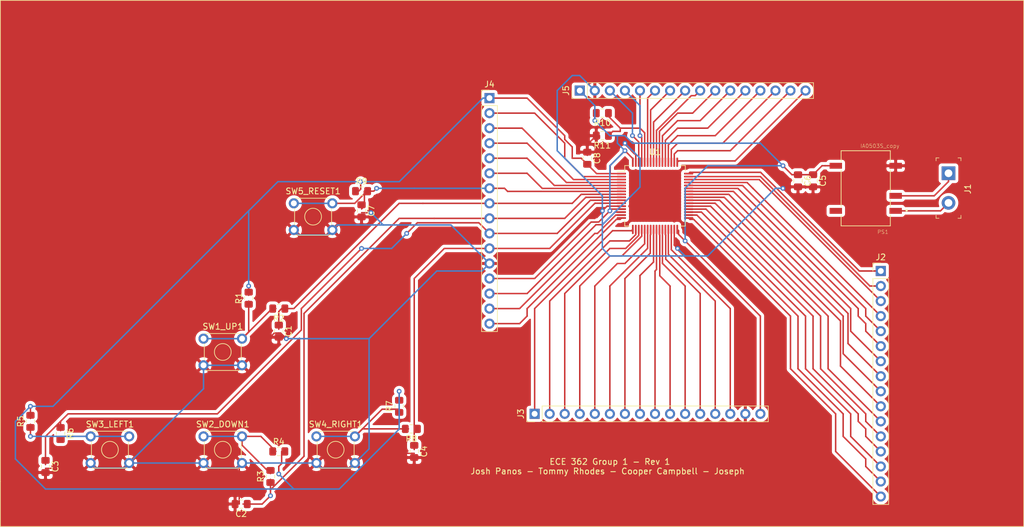
<source format=kicad_pcb>
(kicad_pcb (version 20171130) (host pcbnew "(5.1.4)-1")
  (layers (0 F.Cu signal) (31 B.Cu signal) (34 B.Paste user) (35 F.Paste user) (36 B.SilkS user) (37 F.SilkS user) (38 B.Mask user) (39 F.Mask user) (44 Edge.Cuts user))
  (net 0 "")
  (net 1 VDD)
  (net 2 GND)
  (net 3 PB9)
  (net 4 PB8)
  (net 5 BOOT0)
  (net 6 PB7)
  (net 7 PB6)
  (net 8 PB5)
  (net 9 PB4)
  (net 10 PB3)
  (net 11 PD2)
  (net 12 PC12)
  (net 13 PC11)
  (net 14 PC10)
  (net 15 PA15)
  (net 16 PA14)
  (net 17 PF7)
  (net 18 PF6)
  (net 19 PA13)
  (net 20 PA12)
  (net 21 PA11)
  (net 22 PA10)
  (net 23 PA9)
  (net 24 PA8)
  (net 25 PC9)
  (net 26 PC8)
  (net 27 PC7)
  (net 28 PC6)
  (net 29 PB15)
  (net 30 PB14)
  (net 31 PB13)
  (net 32 PB12)
  (net 33 PB11)
  (net 34 PB10)
  (net 35 PB2)
  (net 36 PB1)
  (net 37 PB0)
  (net 38 PC5)
  (net 39 PC4)
  (net 40 PA7)
  (net 41 PA6)
  (net 42 PA5)
  (net 43 PA4)
  (net 44 PF5)
  (net 45 PF4)
  (net 46 PA3)
  (net 47 PA2)
  (net 48 PA1)
  (net 49 PA0)
  (net 50 PC3)
  (net 51 PC2)
  (net 52 PC1)
  (net 53 PC0)
  (net 54 NRST)
  (net 55 PF1)
  (net 56 PF0)
  (net 57 PC15)
  (net 58 PC14)
  (net 59 PC13)
  (net 60 "Net-(R1-Pad1)")
  (net 61 "Net-(R3-Pad2)")
  (net 62 "Net-(R5-Pad1)")
  (net 63 "Net-(R7-Pad1)")
  (net 64 GNDREF)
  (net 65 +5V)
  (net 66 "Net-(PS1-Pad8)")
  (module Resistor_SMD:R_0805_2012Metric_Pad1.15x1.40mm_HandSolder (layer F.Cu) (at 195.58 41.91 180)
    (fp_text reference R11 (at 0 -1.65) (layer F.SilkS))
    (fp_text value 510)
    (pad 2 smd roundrect (at 1.025 0 180) (size 1.15 1.4) (layers F.Cu F.Paste F.Mask) (roundrect_rratio 0.217391) (net 2 GND))
    (pad 1 smd roundrect (at -1.025 0 180) (size 1.15 1.4) (layers F.Cu F.Paste F.Mask) (roundrect_rratio 0.217391) (net 5 BOOT0))
  )
  (module Resistor_SMD:R_0805_2012Metric_Pad1.15x1.40mm_HandSolder (layer F.Cu) (at 195.58 38.1 180)
    (fp_text reference R10 (at 0 -1.65) (layer F.SilkS))
    (fp_text value 10k)
    (pad 2 smd roundrect (at 1.025 0 180) (size 1.15 1.4) (layers F.Cu F.Paste F.Mask) (roundrect_rratio 0.217391) (net 1 VDD))
    (pad 1 smd roundrect (at -1.025 0 180) (size 1.15 1.4) (layers F.Cu F.Paste F.Mask) (roundrect_rratio 0.217391) (net 5 BOOT0))
  )
  (module Resistor_SMD:R_0805_2012Metric_Pad1.15x1.40mm_HandSolder (layer F.Cu) (at 154.94 51.285)
    (fp_text reference R9 (at 0 -1.65) (layer F.SilkS))
    (fp_text value 100k)
    (pad 2 smd roundrect (at 1.025 0) (size 1.15 1.4) (layers F.Cu F.Paste F.Mask) (roundrect_rratio 0.217391) (net 54 NRST))
    (pad 1 smd roundrect (at -1.025 0) (size 1.15 1.4) (layers F.Cu F.Paste F.Mask) (roundrect_rratio 0.217391) (net 1 VDD))
  )
  (module Resistor_SMD:R_0805_2012Metric_Pad1.15x1.40mm_HandSolder (layer F.Cu) (at 163.345 91.44 180)
    (fp_text reference R8 (at 0 -1.65) (layer F.SilkS))
    (fp_text value 10k)
    (pad 2 smd roundrect (at 1.025 0 180) (size 1.15 1.4) (layers F.Cu F.Paste F.Mask) (roundrect_rratio 0.217391) (net 63 "Net-(R7-Pad1)"))
    (pad 1 smd roundrect (at -1.025 0 180) (size 1.15 1.4) (layers F.Cu F.Paste F.Mask) (roundrect_rratio 0.217391) (net 50 PC3))
  )
  (module Resistor_SMD:R_0805_2012Metric_Pad1.15x1.40mm_HandSolder (layer F.Cu) (at 161.29 87.63 90)
    (fp_text reference R7 (at 0 -1.65 90) (layer F.SilkS))
    (fp_text value 10k)
    (pad 2 smd roundrect (at 1.025 0 90) (size 1.15 1.4) (layers F.Cu F.Paste F.Mask) (roundrect_rratio 0.217391) (net 1 VDD))
    (pad 1 smd roundrect (at -1.025 0 90) (size 1.15 1.4) (layers F.Cu F.Paste F.Mask) (roundrect_rratio 0.217391) (net 63 "Net-(R7-Pad1)"))
  )
  (module Resistor_SMD:R_0805_2012Metric_Pad1.15x1.40mm_HandSolder (layer F.Cu) (at 104.14 92.225 270)
    (fp_text reference R6 (at 0 -1.65 90) (layer F.SilkS))
    (fp_text value 10k)
    (pad 2 smd roundrect (at 1.025 0 270) (size 1.15 1.4) (layers F.Cu F.Paste F.Mask) (roundrect_rratio 0.217391) (net 62 "Net-(R5-Pad1)"))
    (pad 1 smd roundrect (at -1.025 0 270) (size 1.15 1.4) (layers F.Cu F.Paste F.Mask) (roundrect_rratio 0.217391) (net 51 PC2))
  )
  (module Resistor_SMD:R_0805_2012Metric_Pad1.15x1.40mm_HandSolder (layer F.Cu) (at 99.06 90.17 90)
    (fp_text reference R5 (at 0 -1.65 90) (layer F.SilkS))
    (fp_text value 10k)
    (pad 2 smd roundrect (at 1.025 0 90) (size 1.15 1.4) (layers F.Cu F.Paste F.Mask) (roundrect_rratio 0.217391) (net 1 VDD))
    (pad 1 smd roundrect (at -1.025 0 90) (size 1.15 1.4) (layers F.Cu F.Paste F.Mask) (roundrect_rratio 0.217391) (net 62 "Net-(R5-Pad1)"))
  )
  (module Resistor_SMD:R_0805_2012Metric_Pad1.15x1.40mm_HandSolder (layer F.Cu) (at 140.97 95.25)
    (fp_text reference R4 (at 0 -1.65) (layer F.SilkS))
    (fp_text value 10k)
    (pad 2 smd roundrect (at 1.025 0) (size 1.15 1.4) (layers F.Cu F.Paste F.Mask) (roundrect_rratio 0.217391) (net 1 VDD))
    (pad 1 smd roundrect (at -1.025 0) (size 1.15 1.4) (layers F.Cu F.Paste F.Mask) (roundrect_rratio 0.217391) (net 61 "Net-(R3-Pad2)"))
  )
  (module Resistor_SMD:R_0805_2012Metric_Pad1.15x1.40mm_HandSolder (layer F.Cu) (at 139.57 99.48 90)
    (fp_text reference R3 (at 0 -1.65 90) (layer F.SilkS))
    (fp_text value 10k)
    (pad 2 smd roundrect (at 1.025 0 90) (size 1.15 1.4) (layers F.Cu F.Paste F.Mask) (roundrect_rratio 0.217391) (net 61 "Net-(R3-Pad2)"))
    (pad 1 smd roundrect (at -1.025 0 90) (size 1.15 1.4) (layers F.Cu F.Paste F.Mask) (roundrect_rratio 0.217391) (net 52 PC1))
  )
  (module Resistor_SMD:R_0805_2012Metric_Pad1.15x1.40mm_HandSolder (layer F.Cu) (at 140.97 71.12 180)
    (fp_text reference R2 (at 0 -1.65) (layer F.SilkS))
    (fp_text value 10k)
    (pad 2 smd roundrect (at 1.025 0 180) (size 1.15 1.4) (layers F.Cu F.Paste F.Mask) (roundrect_rratio 0.217391) (net 60 "Net-(R1-Pad1)"))
    (pad 1 smd roundrect (at -1.025 0 180) (size 1.15 1.4) (layers F.Cu F.Paste F.Mask) (roundrect_rratio 0.217391) (net 53 PC0))
  )
  (module Resistor_SMD:R_0805_2012Metric_Pad1.15x1.40mm_HandSolder (layer F.Cu) (at 135.89 69.365 90)
    (fp_text reference R1 (at 0 -1.65 90) (layer F.SilkS))
    (fp_text value 10k)
    (pad 2 smd roundrect (at 1.025 0 90) (size 1.15 1.4) (layers F.Cu F.Paste F.Mask) (roundrect_rratio 0.217391) (net 1 VDD))
    (pad 1 smd roundrect (at -1.025 0 90) (size 1.15 1.4) (layers F.Cu F.Paste F.Mask) (roundrect_rratio 0.217391) (net 60 "Net-(R1-Pad1)"))
  )
  (module Capacitor_SMD:C_0805_2012Metric_Pad1.15x1.40mm_HandSolder (layer F.Cu) (at 193.04 45.72 270)
    (fp_text reference C8 (at 0 -1.65 90) (layer F.SilkS))
    (fp_text value 1uF)
    (pad 2 smd roundrect (at 1.025 0 270) (size 1.15 1.4) (layers F.Cu F.Paste F.Mask) (roundrect_rratio 0.217391) (net 1 VDD))
    (pad 1 smd roundrect (at -1.025 0 270) (size 1.15 1.4) (layers F.Cu F.Paste F.Mask) (roundrect_rratio 0.217391) (net 2 GND))
  )
  (module Capacitor_SMD:C_0805_2012Metric_Pad1.15x1.40mm_HandSolder (layer F.Cu) (at 154.94 54.61 270)
    (fp_text reference C7 (at 0 -1.65 90) (layer F.SilkS))
    (fp_text value .1uF)
    (pad 2 smd roundrect (at 1.025 0 270) (size 1.15 1.4) (layers F.Cu F.Paste F.Mask) (roundrect_rratio 0.217391) (net 2 GND))
    (pad 1 smd roundrect (at -1.025 0 270) (size 1.15 1.4) (layers F.Cu F.Paste F.Mask) (roundrect_rratio 0.217391) (net 54 NRST))
  )
  (module Capacitor_SMD:C_0805_2012Metric_Pad1.15x1.40mm_HandSolder (layer F.Cu) (at 228.6 49.53 270)
    (fp_text reference C6 (at 0 -1.65 90) (layer F.SilkS))
    (fp_text value 100nF)
    (pad 2 smd roundrect (at 1.025 0 270) (size 1.15 1.4) (layers F.Cu F.Paste F.Mask) (roundrect_rratio 0.217391) (net 2 GND))
    (pad 1 smd roundrect (at -1.025 0 270) (size 1.15 1.4) (layers F.Cu F.Paste F.Mask) (roundrect_rratio 0.217391) (net 1 VDD))
  )
  (module Capacitor_SMD:C_0805_2012Metric_Pad1.15x1.40mm_HandSolder (layer F.Cu) (at 231.14 49.53 270)
    (fp_text reference C5 (at 0 -1.65 90) (layer F.SilkS))
    (fp_text value 1uF)
    (pad 2 smd roundrect (at 1.025 0 270) (size 1.15 1.4) (layers F.Cu F.Paste F.Mask) (roundrect_rratio 0.217391) (net 2 GND))
    (pad 1 smd roundrect (at -1.025 0 270) (size 1.15 1.4) (layers F.Cu F.Paste F.Mask) (roundrect_rratio 0.217391) (net 1 VDD))
  )
  (module Capacitor_SMD:C_0805_2012Metric_Pad1.15x1.40mm_HandSolder (layer F.Cu) (at 163.83 95.25 270)
    (fp_text reference C4 (at 0 -1.65 90) (layer F.SilkS))
    (fp_text value .1uF)
    (pad 2 smd roundrect (at 1.025 0 270) (size 1.15 1.4) (layers F.Cu F.Paste F.Mask) (roundrect_rratio 0.217391) (net 2 GND))
    (pad 1 smd roundrect (at -1.025 0 270) (size 1.15 1.4) (layers F.Cu F.Paste F.Mask) (roundrect_rratio 0.217391) (net 50 PC3))
  )
  (module Capacitor_SMD:C_0805_2012Metric_Pad1.15x1.40mm_HandSolder (layer F.Cu) (at 101.6 97.79 270)
    (fp_text reference C3 (at 0 -1.65 90) (layer F.SilkS))
    (fp_text value .1uF)
    (pad 2 smd roundrect (at 1.025 0 270) (size 1.15 1.4) (layers F.Cu F.Paste F.Mask) (roundrect_rratio 0.217391) (net 2 GND))
    (pad 1 smd roundrect (at -1.025 0 270) (size 1.15 1.4) (layers F.Cu F.Paste F.Mask) (roundrect_rratio 0.217391) (net 51 PC2))
  )
  (module Capacitor_SMD:C_0805_2012Metric_Pad1.15x1.40mm_HandSolder (layer F.Cu) (at 134.62 104.14 180)
    (fp_text reference C2 (at 0 -1.65) (layer F.SilkS))
    (fp_text value .1uF)
    (pad 2 smd roundrect (at 1.025 0 180) (size 1.15 1.4) (layers F.Cu F.Paste F.Mask) (roundrect_rratio 0.217391) (net 2 GND))
    (pad 1 smd roundrect (at -1.025 0 180) (size 1.15 1.4) (layers F.Cu F.Paste F.Mask) (roundrect_rratio 0.217391) (net 52 PC1))
  )
  (module Capacitor_SMD:C_0805_2012Metric_Pad1.15x1.40mm_HandSolder (layer F.Cu) (at 140.97 74.93 270)
    (fp_text reference C1 (at 0 -1.65 90) (layer F.SilkS))
    (fp_text value .1uF)
    (pad 2 smd roundrect (at 1.025 0 270) (size 1.15 1.4) (layers F.Cu F.Paste F.Mask) (roundrect_rratio 0.217391) (net 2 GND))
    (pad 1 smd roundrect (at -1.025 0 270) (size 1.15 1.4) (layers F.Cu F.Paste F.Mask) (roundrect_rratio 0.217391) (net 53 PC0))
  )
  (module Connector_PinHeader_2.54mm:PinHeader_1x16_P2.54mm_Vertical (layer F.Cu) (at 191.77 34.29 90)
    (fp_text reference J5 (at 0 -2.33 90) (layer F.SilkS))
    (fp_text value Conn_01x16_Male)
    (pad 16 thru_hole oval (at 0 38.1 90) (size 1.7 1.7) (drill 1) (layers *.Cu *.Mask) (net 16 PA14))
    (pad 15 thru_hole oval (at 0 35.56 90) (size 1.7 1.7) (drill 1) (layers *.Cu *.Mask) (net 15 PA15))
    (pad 14 thru_hole oval (at 0 33.02 90) (size 1.7 1.7) (drill 1) (layers *.Cu *.Mask) (net 14 PC10))
    (pad 13 thru_hole oval (at 0 30.48 90) (size 1.7 1.7) (drill 1) (layers *.Cu *.Mask) (net 13 PC11))
    (pad 12 thru_hole oval (at 0 27.94 90) (size 1.7 1.7) (drill 1) (layers *.Cu *.Mask) (net 12 PC12))
    (pad 11 thru_hole oval (at 0 25.4 90) (size 1.7 1.7) (drill 1) (layers *.Cu *.Mask) (net 11 PD2))
    (pad 10 thru_hole oval (at 0 22.86 90) (size 1.7 1.7) (drill 1) (layers *.Cu *.Mask) (net 10 PB3))
    (pad 9 thru_hole oval (at 0 20.32 90) (size 1.7 1.7) (drill 1) (layers *.Cu *.Mask) (net 9 PB4))
    (pad 8 thru_hole oval (at 0 17.78 90) (size 1.7 1.7) (drill 1) (layers *.Cu *.Mask) (net 8 PB5))
    (pad 7 thru_hole oval (at 0 15.24 90) (size 1.7 1.7) (drill 1) (layers *.Cu *.Mask) (net 7 PB6))
    (pad 6 thru_hole oval (at 0 12.7 90) (size 1.7 1.7) (drill 1) (layers *.Cu *.Mask) (net 6 PB7))
    (pad 5 thru_hole oval (at 0 10.16 90) (size 1.7 1.7) (drill 1) (layers *.Cu *.Mask) (net 5 BOOT0))
    (pad 4 thru_hole oval (at 0 7.62 90) (size 1.7 1.7) (drill 1) (layers *.Cu *.Mask) (net 4 PB8))
    (pad 3 thru_hole oval (at 0 5.08 90) (size 1.7 1.7) (drill 1) (layers *.Cu *.Mask) (net 3 PB9))
    (pad 2 thru_hole oval (at 0 2.54 90) (size 1.7 1.7) (drill 1) (layers *.Cu *.Mask) (net 2 GND))
    (pad 1 thru_hole rect (at 0 0 90) (size 1.7 1.7) (drill 1) (layers *.Cu *.Mask) (net 1 VDD))
  )
  (module Connector_PinHeader_2.54mm:PinHeader_1x16_P2.54mm_Vertical (layer F.Cu) (at 176.53 35.56)
    (fp_text reference J4 (at 0 -2.33) (layer F.SilkS))
    (fp_text value Conn_01x16_Male)
    (pad 16 thru_hole oval (at 0 38.1) (size 1.7 1.7) (drill 1) (layers *.Cu *.Mask) (net 47 PA2))
    (pad 15 thru_hole oval (at 0 35.56) (size 1.7 1.7) (drill 1) (layers *.Cu *.Mask) (net 48 PA1))
    (pad 14 thru_hole oval (at 0 33.02) (size 1.7 1.7) (drill 1) (layers *.Cu *.Mask) (net 49 PA0))
    (pad 13 thru_hole oval (at 0 30.48) (size 1.7 1.7) (drill 1) (layers *.Cu *.Mask) (net 1 VDD))
    (pad 12 thru_hole oval (at 0 27.94) (size 1.7 1.7) (drill 1) (layers *.Cu *.Mask) (net 2 GND))
    (pad 11 thru_hole oval (at 0 25.4) (size 1.7 1.7) (drill 1) (layers *.Cu *.Mask) (net 50 PC3))
    (pad 10 thru_hole oval (at 0 22.86) (size 1.7 1.7) (drill 1) (layers *.Cu *.Mask) (net 51 PC2))
    (pad 9 thru_hole oval (at 0 20.32) (size 1.7 1.7) (drill 1) (layers *.Cu *.Mask) (net 52 PC1))
    (pad 8 thru_hole oval (at 0 17.78) (size 1.7 1.7) (drill 1) (layers *.Cu *.Mask) (net 53 PC0))
    (pad 7 thru_hole oval (at 0 15.24) (size 1.7 1.7) (drill 1) (layers *.Cu *.Mask) (net 54 NRST))
    (pad 6 thru_hole oval (at 0 12.7) (size 1.7 1.7) (drill 1) (layers *.Cu *.Mask) (net 55 PF1))
    (pad 5 thru_hole oval (at 0 10.16) (size 1.7 1.7) (drill 1) (layers *.Cu *.Mask) (net 56 PF0))
    (pad 4 thru_hole oval (at 0 7.62) (size 1.7 1.7) (drill 1) (layers *.Cu *.Mask) (net 57 PC15))
    (pad 3 thru_hole oval (at 0 5.08) (size 1.7 1.7) (drill 1) (layers *.Cu *.Mask) (net 58 PC14))
    (pad 2 thru_hole oval (at 0 2.54) (size 1.7 1.7) (drill 1) (layers *.Cu *.Mask) (net 59 PC13))
    (pad 1 thru_hole rect (at 0 0) (size 1.7 1.7) (drill 1) (layers *.Cu *.Mask) (net 1 VDD))
  )
  (module Connector_PinHeader_2.54mm:PinHeader_1x16_P2.54mm_Vertical (layer F.Cu) (at 184.15 88.9 90)
    (fp_text reference J3 (at 0 -2.33 90) (layer F.SilkS))
    (fp_text value Conn_01x16_Male)
    (pad 16 thru_hole oval (at 0 38.1 90) (size 1.7 1.7) (drill 1) (layers *.Cu *.Mask) (net 1 VDD))
    (pad 15 thru_hole oval (at 0 35.56 90) (size 1.7 1.7) (drill 1) (layers *.Cu *.Mask) (net 2 GND))
    (pad 14 thru_hole oval (at 0 33.02 90) (size 1.7 1.7) (drill 1) (layers *.Cu *.Mask) (net 33 PB11))
    (pad 13 thru_hole oval (at 0 30.48 90) (size 1.7 1.7) (drill 1) (layers *.Cu *.Mask) (net 34 PB10))
    (pad 12 thru_hole oval (at 0 27.94 90) (size 1.7 1.7) (drill 1) (layers *.Cu *.Mask) (net 35 PB2))
    (pad 11 thru_hole oval (at 0 25.4 90) (size 1.7 1.7) (drill 1) (layers *.Cu *.Mask) (net 36 PB1))
    (pad 10 thru_hole oval (at 0 22.86 90) (size 1.7 1.7) (drill 1) (layers *.Cu *.Mask) (net 37 PB0))
    (pad 9 thru_hole oval (at 0 20.32 90) (size 1.7 1.7) (drill 1) (layers *.Cu *.Mask) (net 38 PC5))
    (pad 8 thru_hole oval (at 0 17.78 90) (size 1.7 1.7) (drill 1) (layers *.Cu *.Mask) (net 39 PC4))
    (pad 7 thru_hole oval (at 0 15.24 90) (size 1.7 1.7) (drill 1) (layers *.Cu *.Mask) (net 40 PA7))
    (pad 6 thru_hole oval (at 0 12.7 90) (size 1.7 1.7) (drill 1) (layers *.Cu *.Mask) (net 41 PA6))
    (pad 5 thru_hole oval (at 0 10.16 90) (size 1.7 1.7) (drill 1) (layers *.Cu *.Mask) (net 42 PA5))
    (pad 4 thru_hole oval (at 0 7.62 90) (size 1.7 1.7) (drill 1) (layers *.Cu *.Mask) (net 43 PA4))
    (pad 3 thru_hole oval (at 0 5.08 90) (size 1.7 1.7) (drill 1) (layers *.Cu *.Mask) (net 44 PF5))
    (pad 2 thru_hole oval (at 0 2.54 90) (size 1.7 1.7) (drill 1) (layers *.Cu *.Mask) (net 45 PF4))
    (pad 1 thru_hole rect (at 0 0 90) (size 1.7 1.7) (drill 1) (layers *.Cu *.Mask) (net 46 PA3))
  )
  (module Connector_PinHeader_2.54mm:PinHeader_1x16_P2.54mm_Vertical (layer F.Cu) (at 242.57 64.77)
    (fp_text reference J2 (at 0 -2.33) (layer F.SilkS))
    (fp_text value Conn_01x16_Male)
    (pad 16 thru_hole oval (at 0 38.1) (size 1.7 1.7) (drill 1) (layers *.Cu *.Mask) (net 32 PB12))
    (pad 15 thru_hole oval (at 0 35.56) (size 1.7 1.7) (drill 1) (layers *.Cu *.Mask) (net 31 PB13))
    (pad 14 thru_hole oval (at 0 33.02) (size 1.7 1.7) (drill 1) (layers *.Cu *.Mask) (net 30 PB14))
    (pad 13 thru_hole oval (at 0 30.48) (size 1.7 1.7) (drill 1) (layers *.Cu *.Mask) (net 29 PB15))
    (pad 12 thru_hole oval (at 0 27.94) (size 1.7 1.7) (drill 1) (layers *.Cu *.Mask) (net 28 PC6))
    (pad 11 thru_hole oval (at 0 25.4) (size 1.7 1.7) (drill 1) (layers *.Cu *.Mask) (net 27 PC7))
    (pad 10 thru_hole oval (at 0 22.86) (size 1.7 1.7) (drill 1) (layers *.Cu *.Mask) (net 26 PC8))
    (pad 9 thru_hole oval (at 0 20.32) (size 1.7 1.7) (drill 1) (layers *.Cu *.Mask) (net 25 PC9))
    (pad 8 thru_hole oval (at 0 17.78) (size 1.7 1.7) (drill 1) (layers *.Cu *.Mask) (net 24 PA8))
    (pad 7 thru_hole oval (at 0 15.24) (size 1.7 1.7) (drill 1) (layers *.Cu *.Mask) (net 23 PA9))
    (pad 6 thru_hole oval (at 0 12.7) (size 1.7 1.7) (drill 1) (layers *.Cu *.Mask) (net 22 PA10))
    (pad 5 thru_hole oval (at 0 10.16) (size 1.7 1.7) (drill 1) (layers *.Cu *.Mask) (net 21 PA11))
    (pad 4 thru_hole oval (at 0 7.62) (size 1.7 1.7) (drill 1) (layers *.Cu *.Mask) (net 20 PA12))
    (pad 3 thru_hole oval (at 0 5.08) (size 1.7 1.7) (drill 1) (layers *.Cu *.Mask) (net 19 PA13))
    (pad 2 thru_hole oval (at 0 2.54) (size 1.7 1.7) (drill 1) (layers *.Cu *.Mask) (net 18 PF6))
    (pad 1 thru_hole rect (at 0 0) (size 1.7 1.7) (drill 1) (layers *.Cu *.Mask) (net 17 PF7))
  )
  (module Package_QFP:LQFP-64_10x10mm_P0.5mm (layer F.Cu) (at 204.47 52.07)
    (fp_text reference U1 (at 0 -7.4) (layer F.SilkS))
    (fp_text value STM32F051R8Tx)
    (pad 64 smd roundrect (at -3.75 -5.675) (size 0.3 1.55) (layers F.Cu F.Paste F.Mask) (net 1 VDD))
    (pad 63 smd roundrect (at -3.25 -5.675) (size 0.3 1.55) (layers F.Cu F.Paste F.Mask) (net 2 GND))
    (pad 62 smd roundrect (at -2.75 -5.675) (size 0.3 1.55) (layers F.Cu F.Paste F.Mask) (net 3 PB9))
    (pad 61 smd roundrect (at -2.25 -5.675) (size 0.3 1.55) (layers F.Cu F.Paste F.Mask) (net 4 PB8))
    (pad 60 smd roundrect (at -1.75 -5.675) (size 0.3 1.55) (layers F.Cu F.Paste F.Mask) (net 5 BOOT0))
    (pad 59 smd roundrect (at -1.25 -5.675) (size 0.3 1.55) (layers F.Cu F.Paste F.Mask) (net 6 PB7))
    (pad 58 smd roundrect (at -0.75 -5.675) (size 0.3 1.55) (layers F.Cu F.Paste F.Mask) (net 7 PB6))
    (pad 57 smd roundrect (at -0.25 -5.675) (size 0.3 1.55) (layers F.Cu F.Paste F.Mask) (net 8 PB5))
    (pad 56 smd roundrect (at 0.25 -5.675) (size 0.3 1.55) (layers F.Cu F.Paste F.Mask) (net 9 PB4))
    (pad 55 smd roundrect (at 0.75 -5.675) (size 0.3 1.55) (layers F.Cu F.Paste F.Mask) (net 10 PB3))
    (pad 54 smd roundrect (at 1.25 -5.675) (size 0.3 1.55) (layers F.Cu F.Paste F.Mask) (net 11 PD2))
    (pad 53 smd roundrect (at 1.75 -5.675) (size 0.3 1.55) (layers F.Cu F.Paste F.Mask) (net 12 PC12))
    (pad 52 smd roundrect (at 2.25 -5.675) (size 0.3 1.55) (layers F.Cu F.Paste F.Mask) (net 13 PC11))
    (pad 51 smd roundrect (at 2.75 -5.675) (size 0.3 1.55) (layers F.Cu F.Paste F.Mask) (net 14 PC10))
    (pad 50 smd roundrect (at 3.25 -5.675) (size 0.3 1.55) (layers F.Cu F.Paste F.Mask) (net 15 PA15))
    (pad 49 smd roundrect (at 3.75 -5.675) (size 0.3 1.55) (layers F.Cu F.Paste F.Mask) (net 16 PA14))
    (pad 48 smd roundrect (at 5.675 -3.75) (size 1.55 0.3) (layers F.Cu F.Paste F.Mask) (net 17 PF7))
    (pad 47 smd roundrect (at 5.675 -3.25) (size 1.55 0.3) (layers F.Cu F.Paste F.Mask) (net 18 PF6))
    (pad 46 smd roundrect (at 5.675 -2.75) (size 1.55 0.3) (layers F.Cu F.Paste F.Mask) (net 19 PA13))
    (pad 45 smd roundrect (at 5.675 -2.25) (size 1.55 0.3) (layers F.Cu F.Paste F.Mask) (net 20 PA12))
    (pad 44 smd roundrect (at 5.675 -1.75) (size 1.55 0.3) (layers F.Cu F.Paste F.Mask) (net 21 PA11))
    (pad 43 smd roundrect (at 5.675 -1.25) (size 1.55 0.3) (layers F.Cu F.Paste F.Mask) (net 22 PA10))
    (pad 42 smd roundrect (at 5.675 -0.75) (size 1.55 0.3) (layers F.Cu F.Paste F.Mask) (net 23 PA9))
    (pad 41 smd roundrect (at 5.675 -0.25) (size 1.55 0.3) (layers F.Cu F.Paste F.Mask) (net 24 PA8))
    (pad 40 smd roundrect (at 5.675 0.25) (size 1.55 0.3) (layers F.Cu F.Paste F.Mask) (net 25 PC9))
    (pad 39 smd roundrect (at 5.675 0.75) (size 1.55 0.3) (layers F.Cu F.Paste F.Mask) (net 26 PC8))
    (pad 38 smd roundrect (at 5.675 1.25) (size 1.55 0.3) (layers F.Cu F.Paste F.Mask) (net 27 PC7))
    (pad 37 smd roundrect (at 5.675 1.75) (size 1.55 0.3) (layers F.Cu F.Paste F.Mask) (net 28 PC6))
    (pad 36 smd roundrect (at 5.675 2.25) (size 1.55 0.3) (layers F.Cu F.Paste F.Mask) (net 29 PB15))
    (pad 35 smd roundrect (at 5.675 2.75) (size 1.55 0.3) (layers F.Cu F.Paste F.Mask) (net 30 PB14))
    (pad 34 smd roundrect (at 5.675 3.25) (size 1.55 0.3) (layers F.Cu F.Paste F.Mask) (net 31 PB13))
    (pad 33 smd roundrect (at 5.675 3.75) (size 1.55 0.3) (layers F.Cu F.Paste F.Mask) (net 32 PB12))
    (pad 32 smd roundrect (at 3.75 5.675) (size 0.3 1.55) (layers F.Cu F.Paste F.Mask) (net 1 VDD))
    (pad 31 smd roundrect (at 3.25 5.675) (size 0.3 1.55) (layers F.Cu F.Paste F.Mask) (net 2 GND))
    (pad 30 smd roundrect (at 2.75 5.675) (size 0.3 1.55) (layers F.Cu F.Paste F.Mask) (net 33 PB11))
    (pad 29 smd roundrect (at 2.25 5.675) (size 0.3 1.55) (layers F.Cu F.Paste F.Mask) (net 34 PB10))
    (pad 28 smd roundrect (at 1.75 5.675) (size 0.3 1.55) (layers F.Cu F.Paste F.Mask) (net 35 PB2))
    (pad 27 smd roundrect (at 1.25 5.675) (size 0.3 1.55) (layers F.Cu F.Paste F.Mask) (net 36 PB1))
    (pad 26 smd roundrect (at 0.75 5.675) (size 0.3 1.55) (layers F.Cu F.Paste F.Mask) (net 37 PB0))
    (pad 25 smd roundrect (at 0.25 5.675) (size 0.3 1.55) (layers F.Cu F.Paste F.Mask) (net 38 PC5))
    (pad 24 smd roundrect (at -0.25 5.675) (size 0.3 1.55) (layers F.Cu F.Paste F.Mask) (net 39 PC4))
    (pad 23 smd roundrect (at -0.75 5.675) (size 0.3 1.55) (layers F.Cu F.Paste F.Mask) (net 40 PA7))
    (pad 22 smd roundrect (at -1.25 5.675) (size 0.3 1.55) (layers F.Cu F.Paste F.Mask) (net 41 PA6))
    (pad 21 smd roundrect (at -1.75 5.675) (size 0.3 1.55) (layers F.Cu F.Paste F.Mask) (net 42 PA5))
    (pad 20 smd roundrect (at -2.25 5.675) (size 0.3 1.55) (layers F.Cu F.Paste F.Mask) (net 43 PA4))
    (pad 19 smd roundrect (at -2.75 5.675) (size 0.3 1.55) (layers F.Cu F.Paste F.Mask) (net 44 PF5))
    (pad 18 smd roundrect (at -3.25 5.675) (size 0.3 1.55) (layers F.Cu F.Paste F.Mask) (net 45 PF4))
    (pad 17 smd roundrect (at -3.75 5.675) (size 0.3 1.55) (layers F.Cu F.Paste F.Mask) (net 46 PA3))
    (pad 16 smd roundrect (at -5.675 3.75) (size 1.55 0.3) (layers F.Cu F.Paste F.Mask) (net 47 PA2))
    (pad 15 smd roundrect (at -5.675 3.25) (size 1.55 0.3) (layers F.Cu F.Paste F.Mask) (net 48 PA1))
    (pad 14 smd roundrect (at -5.675 2.75) (size 1.55 0.3) (layers F.Cu F.Paste F.Mask) (net 49 PA0))
    (pad 13 smd roundrect (at -5.675 2.25) (size 1.55 0.3) (layers F.Cu F.Paste F.Mask) (net 1 VDD))
    (pad 12 smd roundrect (at -5.675 1.75) (size 1.55 0.3) (layers F.Cu F.Paste F.Mask) (net 2 GND))
    (pad 11 smd roundrect (at -5.675 1.25) (size 1.55 0.3) (layers F.Cu F.Paste F.Mask) (net 50 PC3))
    (pad 10 smd roundrect (at -5.675 0.75) (size 1.55 0.3) (layers F.Cu F.Paste F.Mask) (net 51 PC2))
    (pad 9 smd roundrect (at -5.675 0.25) (size 1.55 0.3) (layers F.Cu F.Paste F.Mask) (net 52 PC1))
    (pad 8 smd roundrect (at -5.675 -0.25) (size 1.55 0.3) (layers F.Cu F.Paste F.Mask) (net 53 PC0))
    (pad 7 smd roundrect (at -5.675 -0.75) (size 1.55 0.3) (layers F.Cu F.Paste F.Mask) (net 54 NRST))
    (pad 6 smd roundrect (at -5.675 -1.25) (size 1.55 0.3) (layers F.Cu F.Paste F.Mask) (net 55 PF1))
    (pad 5 smd roundrect (at -5.675 -1.75) (size 1.55 0.3) (layers F.Cu F.Paste F.Mask) (net 56 PF0))
    (pad 4 smd roundrect (at -5.675 -2.25) (size 1.55 0.3) (layers F.Cu F.Paste F.Mask) (net 57 PC15))
    (pad 3 smd roundrect (at -5.675 -2.75) (size 1.55 0.3) (layers F.Cu F.Paste F.Mask) (net 58 PC14))
    (pad 2 smd roundrect (at -5.675 -3.25) (size 1.55 0.3) (layers F.Cu F.Paste F.Mask) (net 59 PC13))
    (pad 1 smd roundrect (at -5.675 -3.75) (size 1.55 0.3) (layers F.Cu F.Paste F.Mask) (net 1 VDD))
  )
  (module PDS1-S3-S3-M_1:CONV_PDS1-S3-S3-M (layer F.Cu) (at 240.03 50.8 180)
    (fp_text reference PS1 (at -2.88986 -7.37584) (layer F.SilkS) (effects (font (size 0.643442 0.643442) (thickness 0.05))))
    (fp_text value IA0503S_copy (at -2.37819 7.15428) (layer F.SilkS) (effects (font (size 0.642757 0.642757) (thickness 0.05))))
    (pad 8 smd rect (at 5.05 -3.81 180) (size 2.1 1) (layers F.Cu F.Paste F.Mask) (net 66 "Net-(PS1-Pad8)"))
    (pad 5 smd rect (at 5.05 3.81 180) (size 2.1 1) (layers F.Cu F.Paste F.Mask) (net 1 VDD))
    (pad 4 smd rect (at -5.05 3.81 180) (size 2.1 1) (layers F.Cu F.Paste F.Mask) (net 2 GND))
    (pad 2 smd rect (at -5.05 -1.27 180) (size 2.1 1) (layers F.Cu F.Paste F.Mask) (net 64 GNDREF))
    (pad 1 smd rect (at -5.05 -3.81 180) (size 2.1 1) (layers F.Cu F.Paste F.Mask) (net 65 +5V))
  )
  (module digikey-footprints:Terminal_Block_D1.3mm_P5mm (layer F.Cu) (at 254 48.26 270)
    (fp_text reference J1 (at 2.65 -3.25 90) (layer F.SilkS))
    (fp_text value 1935161)
    (pad 2 thru_hole circle (at 5 0 270) (size 2.3 2.3) (drill 1.3) (layers *.Cu *.Mask) (net 65 +5V))
    (pad 1 thru_hole rect (at 0 0 270) (size 2.3 2.3) (drill 1.3) (layers *.Cu *.Mask) (net 64 GNDREF))
  )
  (module Button_Switch_THT:SW_TH_Tactile_Omron_B3F-10xx (layer F.Cu) (at 143.51 53.34)
    (fp_text reference SW5_RESET1 (at 3.25 -2.05) (layer F.SilkS))
    (fp_text value SW_Push_Dual)
    (pad 1 thru_hole circle (at 0 0) (size 1.7 1.7) (drill 1) (layers *.Cu *.Mask) (net 54 NRST))
    (pad 2 thru_hole circle (at 6.5 0) (size 1.7 1.7) (drill 1) (layers *.Cu *.Mask) (net 54 NRST))
    (pad 3 thru_hole circle (at 0 4.5) (size 1.7 1.7) (drill 1) (layers *.Cu *.Mask) (net 2 GND))
    (pad 4 thru_hole circle (at 6.5 4.5) (size 1.7 1.7) (drill 1) (layers *.Cu *.Mask) (net 2 GND))
  )
  (module Button_Switch_THT:SW_TH_Tactile_Omron_B3F-10xx (layer F.Cu) (at 147.32 92.71)
    (fp_text reference SW4_RIGHT1 (at 3.25 -2.05) (layer F.SilkS))
    (fp_text value SW_Push_Dual)
    (pad 1 thru_hole circle (at 0 0) (size 1.7 1.7) (drill 1) (layers *.Cu *.Mask) (net 63 "Net-(R7-Pad1)"))
    (pad 2 thru_hole circle (at 6.5 0) (size 1.7 1.7) (drill 1) (layers *.Cu *.Mask) (net 63 "Net-(R7-Pad1)"))
    (pad 3 thru_hole circle (at 0 4.5) (size 1.7 1.7) (drill 1) (layers *.Cu *.Mask) (net 2 GND))
    (pad 4 thru_hole circle (at 6.5 4.5) (size 1.7 1.7) (drill 1) (layers *.Cu *.Mask) (net 2 GND))
  )
  (module Button_Switch_THT:SW_TH_Tactile_Omron_B3F-10xx (layer F.Cu) (at 109.22 92.71)
    (fp_text reference SW3_LEFT1 (at 3.25 -2.05) (layer F.SilkS))
    (fp_text value SW_Push_Dual)
    (pad 1 thru_hole circle (at 0 0) (size 1.7 1.7) (drill 1) (layers *.Cu *.Mask) (net 62 "Net-(R5-Pad1)"))
    (pad 2 thru_hole circle (at 6.5 0) (size 1.7 1.7) (drill 1) (layers *.Cu *.Mask) (net 62 "Net-(R5-Pad1)"))
    (pad 3 thru_hole circle (at 0 4.5) (size 1.7 1.7) (drill 1) (layers *.Cu *.Mask) (net 2 GND))
    (pad 4 thru_hole circle (at 6.5 4.5) (size 1.7 1.7) (drill 1) (layers *.Cu *.Mask) (net 2 GND))
  )
  (module Button_Switch_THT:SW_TH_Tactile_Omron_B3F-10xx (layer F.Cu) (at 128.27 92.71)
    (fp_text reference SW2_DOWN1 (at 3.25 -2.05) (layer F.SilkS))
    (fp_text value SW_Push_Dual)
    (pad 1 thru_hole circle (at 0 0) (size 1.7 1.7) (drill 1) (layers *.Cu *.Mask) (net 61 "Net-(R3-Pad2)"))
    (pad 2 thru_hole circle (at 6.5 0) (size 1.7 1.7) (drill 1) (layers *.Cu *.Mask) (net 61 "Net-(R3-Pad2)"))
    (pad 3 thru_hole circle (at 0 4.5) (size 1.7 1.7) (drill 1) (layers *.Cu *.Mask) (net 2 GND))
    (pad 4 thru_hole circle (at 6.5 4.5) (size 1.7 1.7) (drill 1) (layers *.Cu *.Mask) (net 2 GND))
  )
  (module Button_Switch_THT:SW_TH_Tactile_Omron_B3F-10xx (layer F.Cu) (at 128.27 76.2)
    (fp_text reference SW1_UP1 (at 3.25 -2.05) (layer F.SilkS))
    (fp_text value SW_Push_Dual)
    (pad 1 thru_hole circle (at 0 0) (size 1.7 1.7) (drill 1) (layers *.Cu *.Mask) (net 60 "Net-(R1-Pad1)"))
    (pad 2 thru_hole circle (at 6.5 0) (size 1.7 1.7) (drill 1) (layers *.Cu *.Mask) (net 60 "Net-(R1-Pad1)"))
    (pad 3 thru_hole circle (at 0 4.5) (size 1.7 1.7) (drill 1) (layers *.Cu *.Mask) (net 2 GND))
    (pad 4 thru_hole circle (at 6.5 4.5) (size 1.7 1.7) (drill 1) (layers *.Cu *.Mask) (net 2 GND))
  )
  (gr_line (start 93.98 107.95) (end 93.98 100.33) (layer F.SilkS) (width 0.12))
  (gr_line (start 266.7 107.95) (end 93.98 107.95) (layer F.SilkS) (width 0.12))
  (gr_line (start 266.7 19.05) (end 266.7 107.95) (layer F.SilkS) (width 0.12))
  (gr_line (start 93.98 19.05) (end 266.7 19.05) (layer F.SilkS) (width 0.12))
  (gr_line (start 93.98 100.33) (end 93.98 19.05) (layer F.SilkS) (width 0.12))
  (gr_text "ECE 362 Group 1 - Rev 1\nJosh Panos - Tommy Rhodes - Cooper Campbell - Joseph " (at 196.85 97.79) (layer F.SilkS) (effects (font (size 1 1))))
  (segment (start 234.98 46.99) (end 233.195 46.99) (width 0.25) (layer F.Cu) (net 1))
  (via (at 199.39 44.45) (size 0.8) (drill 0.4) (layers F.Cu B.Cu) (net 1))
  (segment (start 222.25 43.18) (end 226.06 46.99) (width 0.25) (layer B.Cu) (net 1))
  (segment (start 226.06 46.99) (end 226.06 46.99) (width 0.25) (layer B.Cu) (net 1))
  (via (at 226.06 46.99) (size 0.8) (drill 0.4) (layers F.Cu B.Cu) (net 1))
  (segment (start 198.795 54.32) (end 197.14 54.32) (width 0.25) (layer F.Cu) (net 1))
  (segment (start 196.85 54.61) (end 196.85 54.61) (width 0.25) (layer F.Cu) (net 1))
  (via (at 196.85 54.61) (size 0.8) (drill 0.4) (layers F.Cu B.Cu) (net 1))
  (segment (start 196.85 54.61) (end 196.85 48.26) (width 0.25) (layer B.Cu) (net 1))
  (segment (start 208.44071 57.96571) (end 208.44071 58.58071) (width 0.25) (layer F.Cu) (net 1))
  (segment (start 208.22 57.745) (end 208.44071 57.96571) (width 0.25) (layer F.Cu) (net 1))
  (segment (start 208.44071 58.58071) (end 209.55 59.69) (width 0.25) (layer F.Cu) (net 1))
  (segment (start 209.55 59.69) (end 209.55 59.69) (width 0.25) (layer F.Cu) (net 1))
  (via (at 209.55 59.69) (size 0.8) (drill 0.4) (layers F.Cu B.Cu) (net 1))
  (segment (start 225.494315 46.99) (end 226.06 46.99) (width 0.25) (layer B.Cu) (net 1))
  (segment (start 213.36 46.99) (end 225.494315 46.99) (width 0.25) (layer B.Cu) (net 1))
  (segment (start 209.55 50.8) (end 213.36 46.99) (width 0.25) (layer B.Cu) (net 1))
  (segment (start 209.55 59.69) (end 209.55 50.8) (width 0.25) (layer B.Cu) (net 1))
  (segment (start 154.789168 50.950832) (end 154.789168 49.680832) (width 0.25) (layer F.Cu) (net 1))
  (segment (start 154.455 51.285) (end 154.789168 50.950832) (width 0.25) (layer F.Cu) (net 1))
  (segment (start 154.789168 49.680832) (end 154.789168 49.680832) (width 0.25) (layer F.Cu) (net 1))
  (via (at 154.789168 49.680832) (size 0.8) (drill 0.4) (layers F.Cu B.Cu) (net 1))
  (segment (start 135.89 68.88) (end 135.89 67.31) (width 0.25) (layer F.Cu) (net 1))
  (segment (start 135.89 67.31) (end 135.89 67.31) (width 0.25) (layer F.Cu) (net 1))
  (via (at 135.89 67.31) (size 0.8) (drill 0.4) (layers F.Cu B.Cu) (net 1))
  (segment (start 135.89 67.31) (end 135.89 54.61) (width 0.25) (layer B.Cu) (net 1))
  (segment (start 140.819168 49.680832) (end 154.789168 49.680832) (width 0.25) (layer B.Cu) (net 1))
  (segment (start 135.89 54.61) (end 140.819168 49.680832) (width 0.25) (layer B.Cu) (net 1))
  (segment (start 99.06 89.685) (end 99.06 87.63) (width 0.25) (layer F.Cu) (net 1))
  (segment (start 99.06 87.63) (end 99.06 87.63) (width 0.25) (layer F.Cu) (net 1))
  (via (at 99.06 87.63) (size 0.8) (drill 0.4) (layers F.Cu B.Cu) (net 1))
  (segment (start 102.87 87.63) (end 135.89 54.61) (width 0.25) (layer B.Cu) (net 1))
  (segment (start 99.06 87.63) (end 102.87 87.63) (width 0.25) (layer B.Cu) (net 1))
  (segment (start 161.29 87.145) (end 161.29 85.09) (width 0.25) (layer F.Cu) (net 1))
  (segment (start 161.29 85.09) (end 161.29 85.09) (width 0.25) (layer F.Cu) (net 1))
  (via (at 161.29 85.09) (size 0.8) (drill 0.4) (layers F.Cu B.Cu) (net 1))
  (segment (start 161.29 85.09) (end 161.29 91.479002) (width 0.25) (layer B.Cu) (net 1))
  (segment (start 161.29 91.479002) (end 151.169002 101.6) (width 0.25) (layer B.Cu) (net 1))
  (segment (start 141.455 95.25) (end 141.455 97.305) (width 0.25) (layer F.Cu) (net 1))
  (segment (start 141.455 97.305) (end 140.97 97.79) (width 0.25) (layer F.Cu) (net 1))
  (segment (start 140.97 97.79) (end 140.97 99.06) (width 0.25) (layer F.Cu) (net 1))
  (segment (start 140.97 99.06) (end 140.97 99.06) (width 0.25) (layer F.Cu) (net 1))
  (via (at 140.97 99.06) (size 0.8) (drill 0.4) (layers F.Cu B.Cu) (net 1))
  (segment (start 140.97 99.06) (end 143.51 101.6) (width 0.25) (layer B.Cu) (net 1))
  (segment (start 151.169002 101.6) (end 143.51 101.6) (width 0.25) (layer B.Cu) (net 1))
  (segment (start 197.14 54.32) (end 196.85 54.61) (width 0.25) (layer F.Cu) (net 1))
  (segment (start 200.72 45.78) (end 199.39 44.45) (width 0.25) (layer F.Cu) (net 1))
  (segment (start 200.72 46.395) (end 200.72 45.78) (width 0.25) (layer F.Cu) (net 1))
  (segment (start 199.39 44.45) (end 198.12 43.18) (width 0.25) (layer B.Cu) (net 1))
  (segment (start 198.12 43.18) (end 198.12 41.91) (width 0.25) (layer B.Cu) (net 1))
  (segment (start 203.2 43.18) (end 222.25 43.18) (width 0.25) (layer B.Cu) (net 1))
  (via (at 194.31 39.37) (size 0.8) (drill 0.4) (layers F.Cu B.Cu) (net 1))
  (segment (start 209.55 59.69) (end 222.25 72.39) (width 0.25) (layer F.Cu) (net 1))
  (segment (start 222.25 72.39) (end 222.25 88.9) (width 0.25) (layer F.Cu) (net 1))
  (segment (start 198.12 41.91) (end 199.39 41.91) (width 0.25) (layer B.Cu) (net 1))
  (segment (start 199.39 41.91) (end 200.66 43.18) (width 0.25) (layer B.Cu) (net 1))
  (segment (start 200.66 43.18) (end 204.47 43.18) (width 0.25) (layer B.Cu) (net 1))
  (segment (start 194.957008 56.502992) (end 193.687008 56.502992) (width 0.25) (layer F.Cu) (net 1))
  (segment (start 196.85 54.61) (end 194.957008 56.502992) (width 0.25) (layer F.Cu) (net 1))
  (segment (start 193.687008 56.502992) (end 184.15 66.04) (width 0.25) (layer F.Cu) (net 1))
  (segment (start 184.15 66.04) (end 176.53 66.04) (width 0.25) (layer F.Cu) (net 1))
  (segment (start 175.43 35.56) (end 176.53 35.56) (width 0.25) (layer B.Cu) (net 1))
  (segment (start 154.789168 49.680832) (end 161.309168 49.680832) (width 0.25) (layer B.Cu) (net 1))
  (segment (start 161.309168 49.680832) (end 175.43 35.56) (width 0.25) (layer B.Cu) (net 1))
  (segment (start 194.31 36.83) (end 191.77 34.29) (width 0.25) (layer B.Cu) (net 1))
  (segment (start 196.85 46.99) (end 199.39 44.45) (width 0.25) (layer B.Cu) (net 1))
  (segment (start 196.85 48.26) (end 196.85 46.99) (width 0.25) (layer B.Cu) (net 1))
  (segment (start 196.91 46.93) (end 199.39 44.45) (width 0.25) (layer F.Cu) (net 1))
  (segment (start 196.91 48.32) (end 196.91 46.93) (width 0.25) (layer F.Cu) (net 1))
  (segment (start 198.795 48.32) (end 196.91 48.32) (width 0.25) (layer F.Cu) (net 1))
  (segment (start 96.52 90.17) (end 99.06 87.63) (width 0.25) (layer B.Cu) (net 1))
  (segment (start 96.52 96.52) (end 96.52 90.17) (width 0.25) (layer B.Cu) (net 1))
  (segment (start 143.51 101.6) (end 101.6 101.6) (width 0.25) (layer B.Cu) (net 1))
  (segment (start 101.6 101.6) (end 96.52 96.52) (width 0.25) (layer B.Cu) (net 1))
  (segment (start 196.85 41.91) (end 194.31 39.37) (width 0.25) (layer B.Cu) (net 1))
  (segment (start 198.12 41.91) (end 196.85 41.91) (width 0.25) (layer B.Cu) (net 1))
  (segment (start 182.88 35.56) (end 176.53 35.56) (width 0.25) (layer F.Cu) (net 1))
  (segment (start 189.23 41.91) (end 182.88 35.56) (width 0.25) (layer F.Cu) (net 1))
  (segment (start 190.5 45.72) (end 190.5 43.81359) (width 0.25) (layer F.Cu) (net 1))
  (segment (start 190.5 43.81359) (end 189.23 42.54359) (width 0.25) (layer F.Cu) (net 1))
  (segment (start 189.23 42.54359) (end 189.23 41.91) (width 0.25) (layer F.Cu) (net 1))
  (segment (start 194.31 38.345) (end 194.555 38.1) (width 0.25) (layer F.Cu) (net 1))
  (segment (start 194.31 39.37) (end 194.31 38.345) (width 0.25) (layer F.Cu) (net 1))
  (segment (start 227.575 48.505) (end 226.06 46.99) (width 0.25) (layer F.Cu) (net 1))
  (segment (start 228.6 48.505) (end 227.575 48.505) (width 0.25) (layer F.Cu) (net 1))
  (segment (start 228.6 48.505) (end 231.14 48.505) (width 0.25) (layer F.Cu) (net 1))
  (segment (start 232.655 46.99) (end 233.195 46.99) (width 0.25) (layer F.Cu) (net 1))
  (segment (start 231.14 48.505) (end 232.655 46.99) (width 0.25) (layer F.Cu) (net 1))
  (segment (start 194.615 48.32) (end 193.04 46.745) (width 0.25) (layer F.Cu) (net 1))
  (segment (start 196.91 48.32) (end 194.615 48.32) (width 0.25) (layer F.Cu) (net 1))
  (segment (start 192.015 45.72) (end 193.04 46.745) (width 0.25) (layer F.Cu) (net 1))
  (segment (start 190.5 45.72) (end 192.015 45.72) (width 0.25) (layer F.Cu) (net 1))
  (segment (start 194.31 36.83) (end 194.31 39.37) (width 0.25) (layer B.Cu) (net 1))
  (segment (start 226.06 50.8) (end 226.06 50.8) (width 0.25) (layer F.Cu) (net 2))
  (via (at 226.06 50.8) (size 0.8) (drill 0.4) (layers F.Cu B.Cu) (net 2))
  (segment (start 198.795 53.82) (end 196.37 53.82) (width 0.25) (layer F.Cu) (net 2))
  (segment (start 196.37 53.82) (end 195.58 54.61) (width 0.25) (layer F.Cu) (net 2))
  (segment (start 195.58 54.61) (end 195.58 54.61) (width 0.25) (layer F.Cu) (net 2))
  (via (at 195.58 54.61) (size 0.8) (drill 0.4) (layers F.Cu B.Cu) (net 2))
  (segment (start 224.79 50.8) (end 226.06 50.8) (width 0.25) (layer B.Cu) (net 2))
  (segment (start 213.36 62.23) (end 224.79 50.8) (width 0.25) (layer B.Cu) (net 2))
  (segment (start 195.58 60.96) (end 196.85 62.23) (width 0.25) (layer B.Cu) (net 2))
  (segment (start 207.69501 60.37501) (end 208.28 60.96) (width 0.25) (layer F.Cu) (net 2))
  (segment (start 208.28 60.96) (end 208.28 60.96) (width 0.25) (layer F.Cu) (net 2))
  (via (at 208.28 60.96) (size 0.8) (drill 0.4) (layers F.Cu B.Cu) (net 2))
  (segment (start 208.28 60.96) (end 209.55 62.23) (width 0.25) (layer B.Cu) (net 2))
  (segment (start 196.85 62.23) (end 209.55 62.23) (width 0.25) (layer B.Cu) (net 2))
  (segment (start 209.55 62.23) (end 213.36 62.23) (width 0.25) (layer B.Cu) (net 2))
  (segment (start 150.01 57.84) (end 150.859999 56.990001) (width 0.25) (layer B.Cu) (net 2))
  (segment (start 154.94 54.93) (end 156.53 54.93) (width 0.25) (layer F.Cu) (net 2))
  (segment (start 156.53 54.93) (end 156.53 54.93) (width 0.25) (layer F.Cu) (net 2))
  (via (at 156.53 54.93) (size 0.8) (drill 0.4) (layers F.Cu B.Cu) (net 2))
  (segment (start 156.53 54.93) (end 156.53 54.93) (width 0.25) (layer F.Cu) (net 2))
  (via (at 156.53 54.93) (size 0.8) (drill 0.4) (layers F.Cu B.Cu) (net 2))
  (segment (start 156.53 54.93) (end 158.590001 56.990001) (width 0.25) (layer B.Cu) (net 2))
  (segment (start 150.859999 56.990001) (end 158.590001 56.990001) (width 0.25) (layer B.Cu) (net 2))
  (segment (start 140.22 75.25) (end 134.77 80.7) (width 0.25) (layer F.Cu) (net 2))
  (segment (start 140.97 75.25) (end 140.22 75.25) (width 0.25) (layer F.Cu) (net 2))
  (segment (start 108.32 98.11) (end 109.22 97.21) (width 0.25) (layer F.Cu) (net 2))
  (segment (start 101.6 98.11) (end 108.32 98.11) (width 0.25) (layer F.Cu) (net 2))
  (segment (start 134.3 97.68) (end 134.77 97.21) (width 0.25) (layer F.Cu) (net 2))
  (segment (start 134.3 104.14) (end 134.3 97.68) (width 0.25) (layer F.Cu) (net 2))
  (segment (start 140.97 75.25) (end 141.29 75.25) (width 0.25) (layer F.Cu) (net 2))
  (segment (start 141.29 75.25) (end 142.24 76.2) (width 0.25) (layer F.Cu) (net 2))
  (segment (start 142.24 76.2) (end 142.24 76.2) (width 0.25) (layer F.Cu) (net 2))
  (via (at 142.24 76.2) (size 0.8) (drill 0.4) (layers F.Cu B.Cu) (net 2))
  (segment (start 156.21 76.2) (end 167.64 64.77) (width 0.25) (layer B.Cu) (net 2))
  (segment (start 142.24 76.2) (end 156.21 76.2) (width 0.25) (layer B.Cu) (net 2))
  (segment (start 115.72 97.21) (end 128.27 97.21) (width 0.25) (layer B.Cu) (net 2))
  (segment (start 134.77 97.21) (end 147.32 97.21) (width 0.25) (layer B.Cu) (net 2))
  (segment (start 128.27 84.66) (end 128.27 80.7) (width 0.25) (layer B.Cu) (net 2))
  (segment (start 115.72 97.21) (end 128.27 84.66) (width 0.25) (layer B.Cu) (net 2))
  (segment (start 153.82 97.21) (end 156.21 94.82) (width 0.25) (layer B.Cu) (net 2))
  (segment (start 156.21 94.82) (end 156.21 76.2) (width 0.25) (layer B.Cu) (net 2))
  (segment (start 155.46 95.57) (end 153.82 97.21) (width 0.25) (layer F.Cu) (net 2))
  (segment (start 163.83 95.57) (end 155.46 95.57) (width 0.25) (layer F.Cu) (net 2))
  (segment (start 133.920001 98.059999) (end 134.77 97.21) (width 0.25) (layer B.Cu) (net 2))
  (segment (start 129.119999 98.059999) (end 133.920001 98.059999) (width 0.25) (layer B.Cu) (net 2))
  (segment (start 128.27 97.21) (end 129.119999 98.059999) (width 0.25) (layer B.Cu) (net 2))
  (segment (start 114.870001 98.059999) (end 115.72 97.21) (width 0.25) (layer B.Cu) (net 2))
  (segment (start 110.069999 98.059999) (end 114.870001 98.059999) (width 0.25) (layer B.Cu) (net 2))
  (segment (start 109.22 97.21) (end 110.069999 98.059999) (width 0.25) (layer B.Cu) (net 2))
  (segment (start 152.970001 98.059999) (end 153.82 97.21) (width 0.25) (layer B.Cu) (net 2))
  (segment (start 148.169999 98.059999) (end 152.970001 98.059999) (width 0.25) (layer B.Cu) (net 2))
  (segment (start 147.32 97.21) (end 148.169999 98.059999) (width 0.25) (layer B.Cu) (net 2))
  (segment (start 128.27 80.7) (end 134.77 80.7) (width 0.25) (layer B.Cu) (net 2))
  (segment (start 149.160001 58.689999) (end 150.01 57.84) (width 0.25) (layer B.Cu) (net 2))
  (segment (start 144.359999 58.689999) (end 149.160001 58.689999) (width 0.25) (layer B.Cu) (net 2))
  (segment (start 143.51 57.84) (end 144.359999 58.689999) (width 0.25) (layer B.Cu) (net 2))
  (via (at 199.39 43.18) (size 0.8) (drill 0.4) (layers F.Cu B.Cu) (net 2))
  (segment (start 195.58 54.61) (end 195.58 57.15) (width 0.25) (layer B.Cu) (net 2))
  (segment (start 195.58 57.15) (end 195.58 60.96) (width 0.25) (layer B.Cu) (net 2))
  (segment (start 207.72 60.35002) (end 207.72 57.745) (width 0.25) (layer F.Cu) (net 2))
  (segment (start 207.69501 60.37501) (end 207.72 60.35002) (width 0.25) (layer F.Cu) (net 2))
  (segment (start 208.28 60.96) (end 215.9 68.58) (width 0.25) (layer F.Cu) (net 2))
  (segment (start 199.39 43.33) (end 199.39 43.18) (width 0.25) (layer F.Cu) (net 2))
  (segment (start 201.22 46.395) (end 201.22 45.16) (width 0.25) (layer F.Cu) (net 2))
  (segment (start 201.22 45.16) (end 199.39 43.33) (width 0.25) (layer F.Cu) (net 2))
  (segment (start 195.58 56.953002) (end 195.58 57.15) (width 0.25) (layer B.Cu) (net 2))
  (segment (start 201.93 50.603002) (end 195.58 56.953002) (width 0.25) (layer B.Cu) (net 2))
  (segment (start 199.39 43.18) (end 201.93 45.72) (width 0.25) (layer B.Cu) (net 2))
  (segment (start 201.93 45.72) (end 201.93 50.603002) (width 0.25) (layer B.Cu) (net 2))
  (segment (start 199.39 43.18) (end 198.12 43.18) (width 0.25) (layer F.Cu) (net 2))
  (segment (start 198.12 43.18) (end 196.85 44.45) (width 0.25) (layer F.Cu) (net 2))
  (segment (start 195.095 42.33) (end 195.095 41.91) (width 0.25) (layer F.Cu) (net 2))
  (segment (start 196.85 44.45) (end 195.945 44.45) (width 0.25) (layer F.Cu) (net 2))
  (segment (start 193.04 45.235) (end 193.04 44.815) (width 0.25) (layer F.Cu) (net 2))
  (segment (start 215.9 68.58) (end 219.71 72.39) (width 0.25) (layer F.Cu) (net 2))
  (segment (start 219.71 72.39) (end 219.71 88.9) (width 0.25) (layer F.Cu) (net 2))
  (segment (start 195.58 54.61) (end 194.31 55.88) (width 0.25) (layer F.Cu) (net 2))
  (segment (start 194.31 55.88) (end 193.04 55.88) (width 0.25) (layer F.Cu) (net 2))
  (segment (start 193.04 55.88) (end 185.42 63.5) (width 0.25) (layer F.Cu) (net 2))
  (segment (start 185.42 63.5) (end 176.53 63.5) (width 0.25) (layer F.Cu) (net 2))
  (segment (start 170.020001 56.990001) (end 176.53 63.5) (width 0.25) (layer B.Cu) (net 2))
  (segment (start 158.590001 56.990001) (end 170.020001 56.990001) (width 0.25) (layer B.Cu) (net 2))
  (segment (start 175.26 64.77) (end 176.53 63.5) (width 0.25) (layer B.Cu) (net 2))
  (segment (start 167.64 64.77) (end 175.26 64.77) (width 0.25) (layer B.Cu) (net 2))
  (segment (start 191.77 31.75) (end 194.31 34.29) (width 0.25) (layer B.Cu) (net 2))
  (segment (start 190.5 31.75) (end 191.77 31.75) (width 0.25) (layer B.Cu) (net 2))
  (segment (start 187.96 34.29) (end 190.5 31.75) (width 0.25) (layer B.Cu) (net 2))
  (segment (start 187.96 44.45) (end 187.96 34.29) (width 0.25) (layer B.Cu) (net 2))
  (segment (start 195.58 54.61) (end 195.58 52.07) (width 0.25) (layer B.Cu) (net 2))
  (segment (start 195.58 52.07) (end 187.96 44.45) (width 0.25) (layer B.Cu) (net 2))
  (segment (start 194.555 43.06) (end 194.555 41.91) (width 0.25) (layer F.Cu) (net 2))
  (segment (start 195.945 44.45) (end 194.555 43.06) (width 0.25) (layer F.Cu) (net 2))
  (segment (start 242.265 50.555) (end 231.14 50.555) (width 0.25) (layer F.Cu) (net 2))
  (segment (start 245.08 46.99) (end 245.08 47.74) (width 0.25) (layer F.Cu) (net 2))
  (segment (start 245.08 47.74) (end 242.265 50.555) (width 0.25) (layer F.Cu) (net 2))
  (segment (start 231.14 50.555) (end 228.6 50.555) (width 0.25) (layer F.Cu) (net 2))
  (segment (start 226.305 50.555) (end 226.06 50.8) (width 0.25) (layer F.Cu) (net 2))
  (segment (start 228.6 50.555) (end 226.305 50.555) (width 0.25) (layer F.Cu) (net 2))
  (segment (start 193.04 43.425) (end 194.555 41.91) (width 0.25) (layer F.Cu) (net 2))
  (segment (start 193.04 44.695) (end 193.04 43.425) (width 0.25) (layer F.Cu) (net 2))
  (segment (start 195.7 44.695) (end 195.945 44.45) (width 0.25) (layer F.Cu) (net 2))
  (segment (start 193.04 44.695) (end 195.7 44.695) (width 0.25) (layer F.Cu) (net 2))
  (segment (start 201.72 46.395) (end 201.72 42.97) (width 0.25) (layer F.Cu) (net 3))
  (segment (start 201.72 42.97) (end 200.66 41.91) (width 0.25) (layer F.Cu) (net 3))
  (segment (start 200.66 41.91) (end 200.66 41.91) (width 0.25) (layer F.Cu) (net 3))
  (via (at 200.66 41.91) (size 0.8) (drill 0.4) (layers F.Cu B.Cu) (net 3))
  (segment (start 200.66 38.1) (end 196.85 34.29) (width 0.25) (layer B.Cu) (net 3))
  (segment (start 200.66 41.91) (end 200.66 38.1) (width 0.25) (layer B.Cu) (net 3))
  (segment (start 202.22 46.395) (end 202.22 42.2) (width 0.25) (layer F.Cu) (net 4))
  (segment (start 202.22 42.2) (end 201.93 41.91) (width 0.25) (layer F.Cu) (net 4))
  (segment (start 201.93 41.91) (end 201.93 41.91) (width 0.25) (layer F.Cu) (net 4))
  (via (at 201.93 41.91) (size 0.8) (drill 0.4) (layers F.Cu B.Cu) (net 4))
  (segment (start 201.93 36.83) (end 199.39 34.29) (width 0.25) (layer B.Cu) (net 4))
  (segment (start 201.93 41.91) (end 201.93 36.83) (width 0.25) (layer B.Cu) (net 4))
  (segment (start 201.93 40.64) (end 201.93 34.29) (width 0.25) (layer F.Cu) (net 5))
  (segment (start 202.72 41.43) (end 201.93 40.64) (width 0.25) (layer F.Cu) (net 5))
  (segment (start 202.72 46.395) (end 202.72 41.43) (width 0.25) (layer F.Cu) (net 5))
  (segment (start 196.605 38.64) (end 196.605 38.1) (width 0.25) (layer F.Cu) (net 5))
  (segment (start 201.93 40.64) (end 198.605 40.64) (width 0.25) (layer F.Cu) (net 5))
  (segment (start 198.605 40.64) (end 196.605 38.64) (width 0.25) (layer F.Cu) (net 5))
  (segment (start 198.605 40.64) (end 198.605 41.18) (width 0.25) (layer F.Cu) (net 5))
  (segment (start 197.335 41.18) (end 196.605 41.91) (width 0.25) (layer F.Cu) (net 5))
  (segment (start 198.605 41.18) (end 197.335 41.18) (width 0.25) (layer F.Cu) (net 5))
  (segment (start 203.22 35.54) (end 204.47 34.29) (width 0.25) (layer F.Cu) (net 6))
  (segment (start 203.22 46.395) (end 203.22 35.54) (width 0.25) (layer F.Cu) (net 6))
  (segment (start 203.72 37.58) (end 207.01 34.29) (width 0.25) (layer F.Cu) (net 7))
  (segment (start 203.72 46.395) (end 203.72 37.58) (width 0.25) (layer F.Cu) (net 7))
  (segment (start 204.22 46.395) (end 204.22 39.62) (width 0.25) (layer F.Cu) (net 8))
  (segment (start 204.22 39.62) (end 209.55 34.29) (width 0.25) (layer F.Cu) (net 8))
  (segment (start 211.240001 35.139999) (end 212.09 34.29) (width 0.25) (layer F.Cu) (net 9))
  (segment (start 210.603591 35.139999) (end 211.240001 35.139999) (width 0.25) (layer F.Cu) (net 9))
  (segment (start 204.72 41.02359) (end 210.603591 35.139999) (width 0.25) (layer F.Cu) (net 9))
  (segment (start 204.72 46.395) (end 204.72 41.02359) (width 0.25) (layer F.Cu) (net 9))
  (segment (start 210.82 38.1) (end 214.63 34.29) (width 0.25) (layer F.Cu) (net 10))
  (segment (start 208.28 38.1) (end 210.82 38.1) (width 0.25) (layer F.Cu) (net 10))
  (segment (start 205.22 46.395) (end 205.22 41.16) (width 0.25) (layer F.Cu) (net 10))
  (segment (start 205.22 41.16) (end 208.28 38.1) (width 0.25) (layer F.Cu) (net 10))
  (segment (start 212.09 39.37) (end 217.17 34.29) (width 0.25) (layer F.Cu) (net 11))
  (segment (start 208.28 39.37) (end 212.09 39.37) (width 0.25) (layer F.Cu) (net 11))
  (segment (start 205.72 46.395) (end 205.72 41.93) (width 0.25) (layer F.Cu) (net 11))
  (segment (start 205.72 41.93) (end 208.28 39.37) (width 0.25) (layer F.Cu) (net 11))
  (segment (start 213.36 40.64) (end 219.71 34.29) (width 0.25) (layer F.Cu) (net 12))
  (segment (start 208.28 40.64) (end 213.36 40.64) (width 0.25) (layer F.Cu) (net 12))
  (segment (start 206.22 46.395) (end 206.22 42.7) (width 0.25) (layer F.Cu) (net 12))
  (segment (start 206.22 42.7) (end 208.28 40.64) (width 0.25) (layer F.Cu) (net 12))
  (segment (start 214.63 41.91) (end 222.25 34.29) (width 0.25) (layer F.Cu) (net 13))
  (segment (start 208.28 41.91) (end 214.63 41.91) (width 0.25) (layer F.Cu) (net 13))
  (segment (start 206.72 46.395) (end 206.72 43.47) (width 0.25) (layer F.Cu) (net 13))
  (segment (start 206.72 43.47) (end 208.28 41.91) (width 0.25) (layer F.Cu) (net 13))
  (segment (start 215.9 43.18) (end 224.79 34.29) (width 0.25) (layer F.Cu) (net 14))
  (segment (start 208.28 43.18) (end 215.9 43.18) (width 0.25) (layer F.Cu) (net 14))
  (segment (start 207.22 46.395) (end 207.22 44.24) (width 0.25) (layer F.Cu) (net 14))
  (segment (start 207.22 44.24) (end 208.28 43.18) (width 0.25) (layer F.Cu) (net 14))
  (segment (start 207.72 46.395) (end 207.72 45.01) (width 0.25) (layer F.Cu) (net 15))
  (segment (start 207.72 45.01) (end 208.28 44.45) (width 0.25) (layer F.Cu) (net 15))
  (segment (start 208.28 44.45) (end 217.17 44.45) (width 0.25) (layer F.Cu) (net 15))
  (segment (start 217.17 44.45) (end 227.33 34.29) (width 0.25) (layer F.Cu) (net 15))
  (segment (start 217.98571 46.17429) (end 229.87 34.29) (width 0.25) (layer F.Cu) (net 16))
  (segment (start 208.22 46.395) (end 208.44071 46.17429) (width 0.25) (layer F.Cu) (net 16))
  (segment (start 208.44071 46.17429) (end 217.98571 46.17429) (width 0.25) (layer F.Cu) (net 16))
  (segment (start 241.47 64.77) (end 242.57 64.77) (width 0.25) (layer F.Cu) (net 17))
  (segment (start 238.956998 64.77) (end 241.47 64.77) (width 0.25) (layer F.Cu) (net 17))
  (segment (start 222.286288 48.09929) (end 238.956998 64.77) (width 0.25) (layer F.Cu) (net 17))
  (segment (start 210.36571 48.09929) (end 222.286288 48.09929) (width 0.25) (layer F.Cu) (net 17))
  (segment (start 210.145 48.32) (end 210.36571 48.09929) (width 0.25) (layer F.Cu) (net 17))
  (segment (start 210.145 48.82) (end 210.985702 48.82) (width 0.25) (layer F.Cu) (net 18))
  (segment (start 240.74 67.31) (end 242.57 67.31) (width 0.25) (layer F.Cu) (net 18))
  (segment (start 210.145 48.82) (end 222.25 48.82) (width 0.25) (layer F.Cu) (net 18))
  (segment (start 222.25 48.82) (end 240.74 67.31) (width 0.25) (layer F.Cu) (net 18))
  (segment (start 210.145 49.32) (end 222.04 49.32) (width 0.25) (layer F.Cu) (net 19))
  (segment (start 222.04 49.32) (end 237.49 64.77) (width 0.25) (layer F.Cu) (net 19))
  (segment (start 237.49 64.77) (end 242.57 69.85) (width 0.25) (layer F.Cu) (net 19))
  (segment (start 220 49.82) (end 220.98 50.8) (width 0.25) (layer F.Cu) (net 20))
  (segment (start 210.145 49.82) (end 220 49.82) (width 0.25) (layer F.Cu) (net 20))
  (segment (start 220.93001 50.75001) (end 220.98 50.8) (width 0.25) (layer F.Cu) (net 20))
  (segment (start 220.98 50.8) (end 242.57 72.39) (width 0.25) (layer F.Cu) (net 20))
  (segment (start 210.145 50.32) (end 219.23 50.32) (width 0.25) (layer F.Cu) (net 21))
  (segment (start 219.23 50.32) (end 240.03 71.12) (width 0.25) (layer F.Cu) (net 21))
  (segment (start 240.03 72.39) (end 242.57 74.93) (width 0.25) (layer F.Cu) (net 21))
  (segment (start 240.03 71.12) (end 240.03 72.39) (width 0.25) (layer F.Cu) (net 21))
  (segment (start 240.03 74.93) (end 242.57 77.47) (width 0.25) (layer F.Cu) (net 22))
  (segment (start 240.03 73.66) (end 240.03 74.93) (width 0.25) (layer F.Cu) (net 22))
  (segment (start 238.76 72.39) (end 240.03 73.66) (width 0.25) (layer F.Cu) (net 22))
  (segment (start 238.76 71.12) (end 238.76 72.39) (width 0.25) (layer F.Cu) (net 22))
  (segment (start 210.145 50.82) (end 218.46 50.82) (width 0.25) (layer F.Cu) (net 22))
  (segment (start 218.46 50.82) (end 238.76 71.12) (width 0.25) (layer F.Cu) (net 22))
  (segment (start 237.49 74.93) (end 242.57 80.01) (width 0.25) (layer F.Cu) (net 23))
  (segment (start 237.49 71.12) (end 237.49 74.93) (width 0.25) (layer F.Cu) (net 23))
  (segment (start 210.145 51.32) (end 217.69 51.32) (width 0.25) (layer F.Cu) (net 23))
  (segment (start 217.69 51.32) (end 237.49 71.12) (width 0.25) (layer F.Cu) (net 23))
  (segment (start 237.03999 77.01999) (end 242.57 82.55) (width 0.25) (layer F.Cu) (net 24))
  (segment (start 237.03999 71.93999) (end 237.03999 77.01999) (width 0.25) (layer F.Cu) (net 24))
  (segment (start 210.145 51.82) (end 216.92 51.82) (width 0.25) (layer F.Cu) (net 24))
  (segment (start 216.92 51.82) (end 237.03999 71.93999) (width 0.25) (layer F.Cu) (net 24))
  (segment (start 236.22 78.74) (end 242.57 85.09) (width 0.25) (layer F.Cu) (net 25))
  (segment (start 236.22 72.39) (end 236.22 78.74) (width 0.25) (layer F.Cu) (net 25))
  (segment (start 210.145 52.32) (end 216.15 52.32) (width 0.25) (layer F.Cu) (net 25))
  (segment (start 216.15 52.32) (end 236.22 72.39) (width 0.25) (layer F.Cu) (net 25))
  (segment (start 235.76999 80.82999) (end 242.57 87.63) (width 0.25) (layer F.Cu) (net 26))
  (segment (start 235.76999 73.20999) (end 235.76999 80.82999) (width 0.25) (layer F.Cu) (net 26))
  (segment (start 210.145 52.82) (end 215.38 52.82) (width 0.25) (layer F.Cu) (net 26))
  (segment (start 215.38 52.82) (end 235.76999 73.20999) (width 0.25) (layer F.Cu) (net 26))
  (segment (start 210.145 53.32) (end 214.61 53.32) (width 0.25) (layer F.Cu) (net 27))
  (segment (start 214.61 53.32) (end 233.68 72.39) (width 0.25) (layer F.Cu) (net 27))
  (segment (start 233.68 81.28) (end 242.57 90.17) (width 0.25) (layer F.Cu) (net 27))
  (segment (start 233.68 72.39) (end 233.68 81.28) (width 0.25) (layer F.Cu) (net 27))
  (segment (start 210.145 53.82) (end 213.84 53.82) (width 0.25) (layer F.Cu) (net 28))
  (segment (start 213.84 53.82) (end 232.41 72.39) (width 0.25) (layer F.Cu) (net 28))
  (segment (start 232.41 72.39) (end 232.41 81.28) (width 0.25) (layer F.Cu) (net 28))
  (segment (start 232.41 81.28) (end 240.03 88.9) (width 0.25) (layer F.Cu) (net 28))
  (segment (start 240.03 88.9) (end 240.03 90.17) (width 0.25) (layer F.Cu) (net 28))
  (segment (start 240.03 90.17) (end 242.57 92.71) (width 0.25) (layer F.Cu) (net 28))
  (segment (start 240.03 92.71) (end 242.57 95.25) (width 0.25) (layer F.Cu) (net 29))
  (segment (start 240.03 91.44) (end 240.03 92.71) (width 0.25) (layer F.Cu) (net 29))
  (segment (start 213.07 54.32) (end 231.14 72.39) (width 0.25) (layer F.Cu) (net 29))
  (segment (start 210.145 54.32) (end 213.07 54.32) (width 0.25) (layer F.Cu) (net 29))
  (segment (start 231.14 72.39) (end 231.14 81.28) (width 0.25) (layer F.Cu) (net 29))
  (segment (start 231.14 81.28) (end 238.76 88.9) (width 0.25) (layer F.Cu) (net 29))
  (segment (start 238.76 88.9) (end 238.76 90.17) (width 0.25) (layer F.Cu) (net 29))
  (segment (start 238.76 90.17) (end 240.03 91.44) (width 0.25) (layer F.Cu) (net 29))
  (segment (start 237.49 92.71) (end 242.57 97.79) (width 0.25) (layer F.Cu) (net 30))
  (segment (start 237.49 88.9) (end 237.49 92.71) (width 0.25) (layer F.Cu) (net 30))
  (segment (start 229.87 81.28) (end 237.49 88.9) (width 0.25) (layer F.Cu) (net 30))
  (segment (start 229.87 72.39) (end 229.87 81.28) (width 0.25) (layer F.Cu) (net 30))
  (segment (start 210.145 54.82) (end 212.3 54.82) (width 0.25) (layer F.Cu) (net 30))
  (segment (start 212.3 54.82) (end 229.87 72.39) (width 0.25) (layer F.Cu) (net 30))
  (segment (start 240.03 97.79) (end 242.57 100.33) (width 0.25) (layer F.Cu) (net 31))
  (segment (start 240.03 96.52) (end 240.03 97.79) (width 0.25) (layer F.Cu) (net 31))
  (segment (start 211.53 55.32) (end 228.6 72.39) (width 0.25) (layer F.Cu) (net 31))
  (segment (start 210.145 55.32) (end 211.53 55.32) (width 0.25) (layer F.Cu) (net 31))
  (segment (start 228.6 72.39) (end 228.6 81.28) (width 0.25) (layer F.Cu) (net 31))
  (segment (start 228.6 81.28) (end 236.22 88.9) (width 0.25) (layer F.Cu) (net 31))
  (segment (start 236.22 88.9) (end 236.22 92.71) (width 0.25) (layer F.Cu) (net 31))
  (segment (start 236.22 92.71) (end 240.03 96.52) (width 0.25) (layer F.Cu) (net 31))
  (segment (start 210.36571 56.04071) (end 210.98071 56.04071) (width 0.25) (layer F.Cu) (net 32))
  (segment (start 234.95 95.25) (end 242.57 102.87) (width 0.25) (layer F.Cu) (net 32))
  (segment (start 210.145 55.82) (end 210.36571 56.04071) (width 0.25) (layer F.Cu) (net 32))
  (segment (start 210.98071 56.04071) (end 227.33 72.39) (width 0.25) (layer F.Cu) (net 32))
  (segment (start 227.33 72.39) (end 227.33 81.28) (width 0.25) (layer F.Cu) (net 32))
  (segment (start 227.33 81.28) (end 234.95 88.9) (width 0.25) (layer F.Cu) (net 32))
  (segment (start 234.95 88.9) (end 234.95 95.25) (width 0.25) (layer F.Cu) (net 32))
  (segment (start 217.17 71.12) (end 217.17 88.9) (width 0.25) (layer F.Cu) (net 33))
  (segment (start 207.22 57.745) (end 207.22 61.17) (width 0.25) (layer F.Cu) (net 33))
  (segment (start 207.22 61.17) (end 217.17 71.12) (width 0.25) (layer F.Cu) (net 33))
  (segment (start 214.63 69.85) (end 214.63 88.9) (width 0.25) (layer F.Cu) (net 34))
  (segment (start 206.72 57.745) (end 206.72 61.94) (width 0.25) (layer F.Cu) (net 34))
  (segment (start 206.72 61.94) (end 214.63 69.85) (width 0.25) (layer F.Cu) (net 34))
  (segment (start 212.09 68.58) (end 212.09 88.9) (width 0.25) (layer F.Cu) (net 35))
  (segment (start 206.26999 62.75999) (end 212.09 68.58) (width 0.25) (layer F.Cu) (net 35))
  (segment (start 206.26999 58.66999) (end 206.26999 62.75999) (width 0.25) (layer F.Cu) (net 35))
  (segment (start 206.22 57.745) (end 206.22 58.62) (width 0.25) (layer F.Cu) (net 35))
  (segment (start 206.22 58.62) (end 206.26999 58.66999) (width 0.25) (layer F.Cu) (net 35))
  (segment (start 205.72 57.745) (end 205.72 63.48) (width 0.25) (layer F.Cu) (net 36))
  (segment (start 205.72 63.48) (end 205.74 63.5) (width 0.25) (layer F.Cu) (net 36))
  (segment (start 205.72 63.48) (end 209.55 67.31) (width 0.25) (layer F.Cu) (net 36))
  (segment (start 209.55 67.31) (end 209.55 88.9) (width 0.25) (layer F.Cu) (net 36))
  (segment (start 205.26999 58.66999) (end 205.26999 65.24001) (width 0.25) (layer F.Cu) (net 37))
  (segment (start 205.22 57.745) (end 205.22 58.62) (width 0.25) (layer F.Cu) (net 37))
  (segment (start 205.22 58.62) (end 205.26999 58.66999) (width 0.25) (layer F.Cu) (net 37))
  (segment (start 205.26999 65.24001) (end 205.26999 65.56999) (width 0.25) (layer F.Cu) (net 37))
  (segment (start 207.01 67.31) (end 207.01 88.9) (width 0.25) (layer F.Cu) (net 37))
  (segment (start 205.26999 65.56999) (end 207.01 67.31) (width 0.25) (layer F.Cu) (net 37))
  (segment (start 204.72 57.745) (end 204.72 64.52) (width 0.25) (layer F.Cu) (net 38))
  (segment (start 204.47 64.77) (end 204.47 88.9) (width 0.25) (layer F.Cu) (net 38))
  (segment (start 204.72 64.52) (end 204.47 64.77) (width 0.25) (layer F.Cu) (net 38))
  (segment (start 201.93 87.697919) (end 201.93 88.9) (width 0.25) (layer F.Cu) (net 39))
  (segment (start 201.93 65.54) (end 201.93 87.697919) (width 0.25) (layer F.Cu) (net 39))
  (segment (start 204.22 63.25) (end 201.93 65.54) (width 0.25) (layer F.Cu) (net 39))
  (segment (start 204.22 57.745) (end 204.22 63.25) (width 0.25) (layer F.Cu) (net 39))
  (segment (start 203.72 58.62) (end 203.67001 58.66999) (width 0.25) (layer F.Cu) (net 40))
  (segment (start 203.72 57.745) (end 203.72 58.62) (width 0.25) (layer F.Cu) (net 40))
  (segment (start 203.67001 58.66999) (end 203.67001 61.75999) (width 0.25) (layer F.Cu) (net 40))
  (segment (start 203.67001 61.75999) (end 199.39 66.04) (width 0.25) (layer F.Cu) (net 40))
  (segment (start 199.39 66.04) (end 199.39 88.9) (width 0.25) (layer F.Cu) (net 40))
  (segment (start 196.85 67.31) (end 196.85 88.9) (width 0.25) (layer F.Cu) (net 41))
  (segment (start 203.22 57.745) (end 203.22 60.94) (width 0.25) (layer F.Cu) (net 41))
  (segment (start 203.22 60.94) (end 196.85 67.31) (width 0.25) (layer F.Cu) (net 41))
  (segment (start 202.72 60.17) (end 202.72 57.745) (width 0.25) (layer F.Cu) (net 42))
  (segment (start 199.39 63.5) (end 202.72 60.17) (width 0.25) (layer F.Cu) (net 42))
  (segment (start 199.39 63.5) (end 198.12 63.5) (width 0.25) (layer F.Cu) (net 42))
  (segment (start 194.31 67.31) (end 194.31 88.9) (width 0.25) (layer F.Cu) (net 42))
  (segment (start 198.12 63.5) (end 194.31 67.31) (width 0.25) (layer F.Cu) (net 42))
  (segment (start 202.22 58.89282) (end 198.88282 62.23) (width 0.25) (layer F.Cu) (net 43))
  (segment (start 202.22 57.745) (end 202.22 58.89282) (width 0.25) (layer F.Cu) (net 43))
  (segment (start 198.88282 62.23) (end 196.85 62.23) (width 0.25) (layer F.Cu) (net 43))
  (segment (start 191.77 67.31) (end 191.77 88.9) (width 0.25) (layer F.Cu) (net 43))
  (segment (start 196.85 62.23) (end 191.77 67.31) (width 0.25) (layer F.Cu) (net 43))
  (segment (start 189.23 68.58) (end 189.23 88.9) (width 0.25) (layer F.Cu) (net 44))
  (segment (start 196.85 60.96) (end 189.23 68.58) (width 0.25) (layer F.Cu) (net 44))
  (segment (start 199.51641 60.96) (end 196.85 60.96) (width 0.25) (layer F.Cu) (net 44))
  (segment (start 201.72 57.745) (end 201.72 58.75641) (width 0.25) (layer F.Cu) (net 44))
  (segment (start 201.72 58.75641) (end 199.51641 60.96) (width 0.25) (layer F.Cu) (net 44))
  (segment (start 186.69 69.85) (end 186.69 88.9) (width 0.25) (layer F.Cu) (net 45))
  (segment (start 196.85 59.69) (end 186.69 69.85) (width 0.25) (layer F.Cu) (net 45))
  (segment (start 200.15 59.69) (end 196.85 59.69) (width 0.25) (layer F.Cu) (net 45))
  (segment (start 201.22 57.745) (end 201.22 58.62) (width 0.25) (layer F.Cu) (net 45))
  (segment (start 201.22 58.62) (end 200.15 59.69) (width 0.25) (layer F.Cu) (net 45))
  (segment (start 184.15 71.12) (end 184.15 88.9) (width 0.25) (layer F.Cu) (net 46))
  (segment (start 197.30429 57.96571) (end 184.15 71.12) (width 0.25) (layer F.Cu) (net 46))
  (segment (start 200.72 57.745) (end 200.49929 57.96571) (width 0.25) (layer F.Cu) (net 46))
  (segment (start 200.49929 57.96571) (end 197.30429 57.96571) (width 0.25) (layer F.Cu) (net 46))
  (segment (start 181.61 73.66) (end 176.53 73.66) (width 0.25) (layer F.Cu) (net 47))
  (segment (start 182.88 72.39) (end 181.61 73.66) (width 0.25) (layer F.Cu) (net 47))
  (segment (start 182.88 71.12) (end 182.88 72.39) (width 0.25) (layer F.Cu) (net 47))
  (segment (start 197.95929 56.04071) (end 182.88 71.12) (width 0.25) (layer F.Cu) (net 47))
  (segment (start 198.795 55.82) (end 198.57429 56.04071) (width 0.25) (layer F.Cu) (net 47))
  (segment (start 198.57429 56.04071) (end 197.95929 56.04071) (width 0.25) (layer F.Cu) (net 47))
  (segment (start 197.849412 55.32) (end 194.749412 58.42) (width 0.25) (layer F.Cu) (net 48))
  (segment (start 198.795 55.32) (end 197.849412 55.32) (width 0.25) (layer F.Cu) (net 48))
  (segment (start 194.749412 58.42) (end 194.31 58.42) (width 0.25) (layer F.Cu) (net 48))
  (segment (start 181.61 71.12) (end 176.53 71.12) (width 0.25) (layer F.Cu) (net 48))
  (segment (start 194.31 58.42) (end 181.61 71.12) (width 0.25) (layer F.Cu) (net 48))
  (segment (start 182.88 68.58) (end 176.53 68.58) (width 0.25) (layer F.Cu) (net 49))
  (segment (start 194.506998 56.953002) (end 182.88 68.58) (width 0.25) (layer F.Cu) (net 49))
  (segment (start 195.58 56.953002) (end 194.506998 56.953002) (width 0.25) (layer F.Cu) (net 49))
  (segment (start 198.795 54.82) (end 197.713002 54.82) (width 0.25) (layer F.Cu) (net 49))
  (segment (start 197.713002 54.82) (end 195.58 56.953002) (width 0.25) (layer F.Cu) (net 49))
  (segment (start 163.83 94.93) (end 163.83 91.44) (width 0.25) (layer F.Cu) (net 50))
  (segment (start 186.69 60.96) (end 176.53 60.96) (width 0.25) (layer F.Cu) (net 50))
  (segment (start 198.795 53.32) (end 194.33 53.32) (width 0.25) (layer F.Cu) (net 50))
  (segment (start 194.33 53.32) (end 186.69 60.96) (width 0.25) (layer F.Cu) (net 50))
  (segment (start 163.83 69.85) (end 163.83 66.04) (width 0.25) (layer F.Cu) (net 50))
  (segment (start 163.83 91.44) (end 163.83 69.85) (width 0.25) (layer F.Cu) (net 50))
  (segment (start 168.91 60.96) (end 176.53 60.96) (width 0.25) (layer F.Cu) (net 50))
  (segment (start 163.83 66.04) (end 168.91 60.96) (width 0.25) (layer F.Cu) (net 50))
  (segment (start 104.14 91.74) (end 104.14 90.17) (width 0.25) (layer F.Cu) (net 51))
  (segment (start 104.14 90.17) (end 105.41 88.9) (width 0.25) (layer F.Cu) (net 51))
  (segment (start 101.6 92.71) (end 104.14 90.17) (width 0.25) (layer F.Cu) (net 51))
  (segment (start 101.6 97.47) (end 101.6 92.71) (width 0.25) (layer F.Cu) (net 51))
  (segment (start 130.613002 88.9) (end 144.78 74.733002) (width 0.25) (layer F.Cu) (net 51))
  (segment (start 105.41 88.9) (end 130.613002 88.9) (width 0.25) (layer F.Cu) (net 51))
  (segment (start 144.78 74.733002) (end 144.78 71.12) (width 0.25) (layer F.Cu) (net 51))
  (segment (start 144.78 71.12) (end 154.94 60.96) (width 0.25) (layer F.Cu) (net 51))
  (segment (start 154.94 60.96) (end 154.94 60.96) (width 0.25) (layer F.Cu) (net 51))
  (via (at 154.94 60.96) (size 0.8) (drill 0.4) (layers F.Cu B.Cu) (net 51))
  (segment (start 162.56 58.42) (end 162.56 58.42) (width 0.25) (layer F.Cu) (net 51))
  (via (at 162.56 58.42) (size 0.8) (drill 0.4) (layers F.Cu B.Cu) (net 51))
  (segment (start 160.02 60.96) (end 162.56 58.42) (width 0.25) (layer B.Cu) (net 51))
  (segment (start 154.94 60.96) (end 160.02 60.96) (width 0.25) (layer B.Cu) (net 51))
  (segment (start 198.795 52.82) (end 193.56 52.82) (width 0.25) (layer F.Cu) (net 51))
  (segment (start 193.56 52.82) (end 187.96 58.42) (width 0.25) (layer F.Cu) (net 51))
  (segment (start 187.96 58.42) (end 176.53 58.42) (width 0.25) (layer F.Cu) (net 51))
  (segment (start 174.74 56.63) (end 176.53 58.42) (width 0.25) (layer F.Cu) (net 51))
  (segment (start 162.56 58.42) (end 164.35 56.63) (width 0.25) (layer F.Cu) (net 51))
  (segment (start 164.35 56.63) (end 174.74 56.63) (width 0.25) (layer F.Cu) (net 51))
  (segment (start 138.17 104.14) (end 134.94 104.14) (width 0.25) (layer F.Cu) (net 52))
  (segment (start 139.57 102.74) (end 138.17 104.14) (width 0.25) (layer F.Cu) (net 52))
  (segment (start 139.57 102.74) (end 139.57 102.74) (width 0.25) (layer F.Cu) (net 52))
  (via (at 139.57 102.74) (size 0.8) (drill 0.4) (layers F.Cu B.Cu) (net 52))
  (segment (start 139.57 101.73) (end 139.57 102.74) (width 0.25) (layer F.Cu) (net 52))
  (segment (start 139.57 99.965) (end 139.57 101.73) (width 0.25) (layer F.Cu) (net 52))
  (segment (start 139.57 101.73) (end 145.23001 96.06999) (width 0.25) (layer F.Cu) (net 52))
  (segment (start 145.23001 96.06999) (end 145.23001 71.93999) (width 0.25) (layer F.Cu) (net 52))
  (segment (start 145.23001 71.93999) (end 161.29 55.88) (width 0.25) (layer F.Cu) (net 52))
  (segment (start 161.29 55.88) (end 167.200588 55.88) (width 0.25) (layer F.Cu) (net 52))
  (segment (start 189.23 55.88) (end 176.53 55.88) (width 0.25) (layer F.Cu) (net 52))
  (segment (start 198.795 52.32) (end 192.79 52.32) (width 0.25) (layer F.Cu) (net 52))
  (segment (start 192.79 52.32) (end 189.23 55.88) (width 0.25) (layer F.Cu) (net 52))
  (segment (start 167.200588 55.88) (end 176.53 55.88) (width 0.25) (layer F.Cu) (net 52))
  (segment (start 141.120832 71.454168) (end 141.455 71.12) (width 0.25) (layer F.Cu) (net 53))
  (segment (start 141.120832 71.4724) (end 141.120832 71.454168) (width 0.25) (layer F.Cu) (net 53))
  (segment (start 140.97 71.623232) (end 141.120832 71.4724) (width 0.25) (layer F.Cu) (net 53))
  (segment (start 140.97 74.61) (end 140.97 71.623232) (width 0.25) (layer F.Cu) (net 53))
  (segment (start 190.5 53.34) (end 176.53 53.34) (width 0.25) (layer F.Cu) (net 53))
  (segment (start 198.795 51.82) (end 192.02 51.82) (width 0.25) (layer F.Cu) (net 53))
  (segment (start 192.02 51.82) (end 190.5 53.34) (width 0.25) (layer F.Cu) (net 53))
  (segment (start 165.296998 53.34) (end 176.53 53.34) (width 0.25) (layer F.Cu) (net 53))
  (segment (start 161.29 53.34) (end 165.296998 53.34) (width 0.25) (layer F.Cu) (net 53))
  (segment (start 141.455 71.12) (end 143.51 71.12) (width 0.25) (layer F.Cu) (net 53))
  (segment (start 143.51 71.12) (end 161.29 53.34) (width 0.25) (layer F.Cu) (net 53))
  (segment (start 155.425 51.705) (end 155.425 51.285) (width 0.25) (layer F.Cu) (net 54))
  (segment (start 153.79 53.34) (end 155.425 51.705) (width 0.25) (layer F.Cu) (net 54))
  (segment (start 150.01 53.34) (end 153.79 53.34) (width 0.25) (layer F.Cu) (net 54))
  (segment (start 155.425 53.805) (end 155.425 51.285) (width 0.25) (layer F.Cu) (net 54))
  (segment (start 154.94 54.29) (end 155.425 53.805) (width 0.25) (layer F.Cu) (net 54))
  (segment (start 155.425 51.285) (end 156.995 51.285) (width 0.25) (layer F.Cu) (net 54))
  (segment (start 156.995 51.285) (end 157.48 50.8) (width 0.25) (layer F.Cu) (net 54))
  (segment (start 157.48 50.8) (end 157.48 50.8) (width 0.25) (layer F.Cu) (net 54))
  (via (at 157.48 50.8) (size 0.8) (drill 0.4) (layers F.Cu B.Cu) (net 54))
  (segment (start 157.48 50.8) (end 163.83 50.8) (width 0.25) (layer B.Cu) (net 54))
  (segment (start 143.51 53.34) (end 150.01 53.34) (width 0.25) (layer B.Cu) (net 54))
  (segment (start 179.07 50.8) (end 176.53 50.8) (width 0.25) (layer F.Cu) (net 54))
  (segment (start 198.795 51.32) (end 179.59 51.32) (width 0.25) (layer F.Cu) (net 54))
  (segment (start 179.59 51.32) (end 179.07 50.8) (width 0.25) (layer F.Cu) (net 54))
  (segment (start 163.83 50.8) (end 176.53 50.8) (width 0.25) (layer B.Cu) (net 54))
  (segment (start 182.88 48.26) (end 176.53 48.26) (width 0.25) (layer F.Cu) (net 55))
  (segment (start 198.795 50.82) (end 185.44 50.82) (width 0.25) (layer F.Cu) (net 55))
  (segment (start 185.44 50.82) (end 182.88 48.26) (width 0.25) (layer F.Cu) (net 55))
  (segment (start 198.795 50.32) (end 187.48 50.32) (width 0.25) (layer F.Cu) (net 56))
  (segment (start 187.48 50.32) (end 182.88 45.72) (width 0.25) (layer F.Cu) (net 56))
  (segment (start 182.88 45.72) (end 176.53 45.72) (width 0.25) (layer F.Cu) (net 56))
  (segment (start 198.795 49.82) (end 189.52 49.82) (width 0.25) (layer F.Cu) (net 57))
  (segment (start 189.52 49.82) (end 182.88 43.18) (width 0.25) (layer F.Cu) (net 57))
  (segment (start 182.88 43.18) (end 176.53 43.18) (width 0.25) (layer F.Cu) (net 57))
  (segment (start 198.795 49.32) (end 190.71 49.32) (width 0.25) (layer F.Cu) (net 58))
  (segment (start 182.03 40.64) (end 176.53 40.64) (width 0.25) (layer F.Cu) (net 58))
  (segment (start 190.71 49.32) (end 182.03 40.64) (width 0.25) (layer F.Cu) (net 58))
  (segment (start 198.795 48.82) (end 192.33 48.82) (width 0.25) (layer F.Cu) (net 59))
  (segment (start 192.33 48.82) (end 189.23 45.72) (width 0.25) (layer F.Cu) (net 59))
  (segment (start 189.23 45.72) (end 189.23 43.18) (width 0.25) (layer F.Cu) (net 59))
  (segment (start 184.15 38.1) (end 176.53 38.1) (width 0.25) (layer F.Cu) (net 59))
  (segment (start 189.23 43.18) (end 184.15 38.1) (width 0.25) (layer F.Cu) (net 59))
  (segment (start 139.85 71.12) (end 134.77 76.2) (width 0.25) (layer F.Cu) (net 60))
  (segment (start 140.485 71.12) (end 139.85 71.12) (width 0.25) (layer F.Cu) (net 60))
  (segment (start 135.89 75.08) (end 134.77 76.2) (width 0.25) (layer F.Cu) (net 60))
  (segment (start 135.89 69.85) (end 135.89 75.08) (width 0.25) (layer F.Cu) (net 60))
  (segment (start 134.77 76.2) (end 128.27 76.2) (width 0.25) (layer B.Cu) (net 60))
  (segment (start 137.945 92.71) (end 140.485 95.25) (width 0.25) (layer F.Cu) (net 61))
  (segment (start 134.77 92.71) (end 137.945 92.71) (width 0.25) (layer F.Cu) (net 61))
  (segment (start 134.77 94.195) (end 139.57 98.995) (width 0.25) (layer F.Cu) (net 61))
  (segment (start 134.77 92.71) (end 134.77 94.195) (width 0.25) (layer F.Cu) (net 61))
  (segment (start 128.27 92.71) (end 134.77 92.71) (width 0.25) (layer B.Cu) (net 61))
  (segment (start 104.14 92.71) (end 109.22 92.71) (width 0.25) (layer F.Cu) (net 62))
  (segment (start 99.06 90.655) (end 99.06 92.71) (width 0.25) (layer F.Cu) (net 62))
  (segment (start 99.06 92.71) (end 99.06 92.71) (width 0.25) (layer F.Cu) (net 62))
  (via (at 99.06 92.71) (size 0.8) (drill 0.4) (layers F.Cu B.Cu) (net 62))
  (segment (start 99.06 92.71) (end 109.22 92.71) (width 0.25) (layer B.Cu) (net 62))
  (segment (start 115.72 92.71) (end 109.22 92.71) (width 0.25) (layer B.Cu) (net 62))
  (segment (start 155.09 91.44) (end 153.82 92.71) (width 0.25) (layer F.Cu) (net 63))
  (segment (start 162.86 91.44) (end 155.09 91.44) (width 0.25) (layer F.Cu) (net 63))
  (segment (start 158.415 88.115) (end 153.82 92.71) (width 0.25) (layer F.Cu) (net 63))
  (segment (start 161.29 88.115) (end 158.415 88.115) (width 0.25) (layer F.Cu) (net 63))
  (segment (start 147.32 92.71) (end 153.82 92.71) (width 0.25) (layer B.Cu) (net 63))
  (segment (start 254 49.66) (end 254 48.26) (width 0.25) (layer F.Cu) (net 64))
  (segment (start 251.59 52.07) (end 254 49.66) (width 0.25) (layer F.Cu) (net 64))
  (segment (start 245.08 52.07) (end 251.59 52.07) (width 0.25) (layer F.Cu) (net 64))
  (segment (start 252.65 54.61) (end 254 53.26) (width 0.25) (layer F.Cu) (net 65))
  (segment (start 245.08 54.61) (end 252.65 54.61) (width 0.25) (layer F.Cu) (net 65))
  (zone (net 2) (net_name GND) (layer F.Cu) (connect_pads (clearance 0.508)) (min_thickness 0.254) (fill yes (arc_segments 32) (thermal_gap 0.508) (thermal_bridge_width 0.508))
    (polygon (pts (xy 93.98 19.05) (xy 266.7 19.05) (xy 266.7 107.95) (xy 93.98 107.95)))
  )
)
</source>
